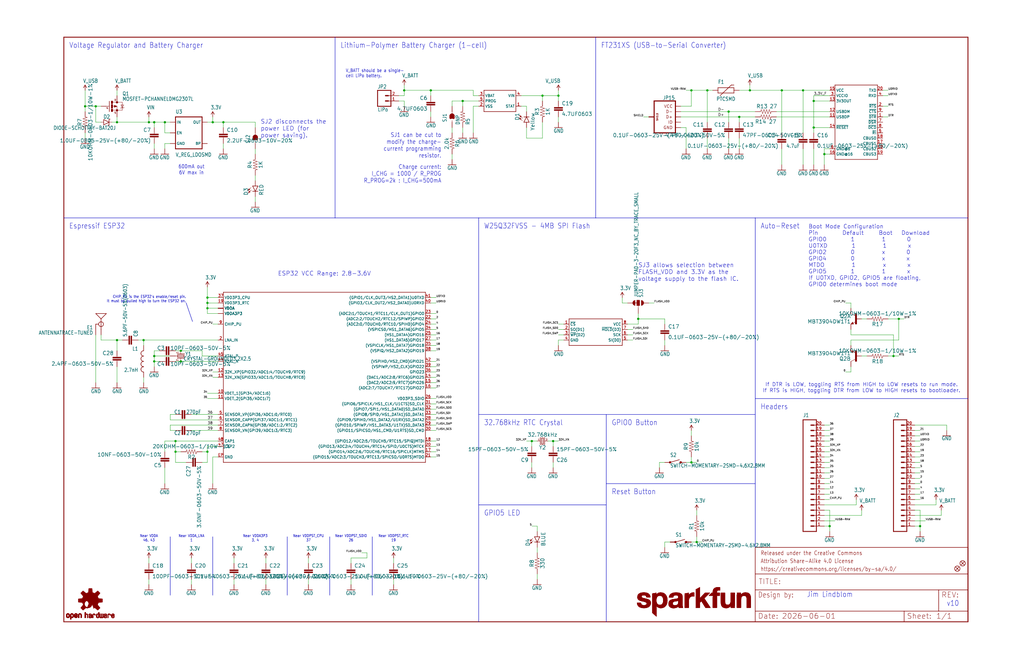
<source format=kicad_sch>
(kicad_sch (version 20230121) (generator eeschema)
  (paper "User" 489.052 317.906)
  (lib_symbols
    (symbol "esp32-thing-eagle-import:0.1UF-0603-25V-(+80/-20%)"
      (property "Reference" "C" (at 1.524 2.921 0))
      (symbol "0.1UF-0603-25V-(+80/-20%)_1_0"
        (pin passive line (at 0 5.08 270) (length 2.54) (name "1") (number "1"))
        (pin passive line (at 0 -2.54 90) (length 2.54) (name "2") (number "2"))
      )
    )
    (symbol "esp32-thing-eagle-import:1.0UF-0603-16V-10%"
      (property "Reference" "C" (at 1.524 2.921 0))
      (symbol "1.0UF-0603-16V-10%_1_0"
        (pin passive line (at 0 5.08 270) (length 2.54) (name "1") (number "1"))
        (pin passive line (at 0 -2.54 90) (length 2.54) (name "2") (number "2"))
      )
    )
    (symbol "esp32-thing-eagle-import:1.0UF-0805-25V-(+80/-20%)"
      (property "Reference" "C" (at 1.524 2.921 0))
      (symbol "1.0UF-0805-25V-(+80/-20%)_1_0"
        (pin passive line (at 0 5.08 270) (length 2.54) (name "1") (number "1"))
        (pin passive line (at 0 -2.54 90) (length 2.54) (name "2") (number "2"))
      )
    )
    (symbol "esp32-thing-eagle-import:100PF-0603-50V-5%"
      (property "Reference" "C" (at 1.524 2.921 0))
      (symbol "100PF-0603-50V-5%_1_0"
        (pin passive line (at 0 5.08 270) (length 2.54) (name "1") (number "1"))
        (pin passive line (at 0 -2.54 90) (length 2.54) (name "2") (number "2"))
      )
    )
    (symbol "esp32-thing-eagle-import:10KOHM-0603-1/10W-1%"
      (property "Reference" "R" (at 0 1.524 0))
      (symbol "10KOHM-0603-1/10W-1%_1_0"
        (pin passive line (at -5.08 0 0) (length 2.54) (name "1") (number "1"))
        (pin passive line (at 5.08 0 180) (length 2.54) (name "2") (number "2"))
      )
    )
    (symbol "esp32-thing-eagle-import:10KOHM-1/10W-1%(0603)0603"
      (property "Reference" "R" (at 0 1.524 0))
      (symbol "10KOHM-1/10W-1%(0603)0603_1_0"
        (pin passive line (at -5.08 0 0) (length 2.54) (name "1") (number "1"))
        (pin passive line (at 5.08 0 180) (length 2.54) (name "2") (number "2"))
      )
    )
    (symbol "esp32-thing-eagle-import:10NF-0603-50V-10%"
      (property "Reference" "C" (at 1.524 2.921 0))
      (symbol "10NF-0603-50V-10%_1_0"
        (pin passive line (at 0 5.08 270) (length 2.54) (name "1") (number "1"))
        (pin passive line (at 0 -2.54 90) (length 2.54) (name "2") (number "2"))
      )
    )
    (symbol "esp32-thing-eagle-import:10PF-0603-50V-5%"
      (property "Reference" "C" (at 1.524 2.921 0))
      (symbol "10PF-0603-50V-5%_1_0"
        (pin passive line (at 0 5.08 270) (length 2.54) (name "1") (number "1"))
        (pin passive line (at 0 -2.54 90) (length 2.54) (name "2") (number "2"))
      )
    )
    (symbol "esp32-thing-eagle-import:10UF-0603-6.3V-20%"
      (property "Reference" "C" (at 1.524 2.921 0))
      (symbol "10UF-0603-6.3V-20%_1_0"
        (pin passive line (at 0 5.08 270) (length 2.54) (name "1") (number "1"))
        (pin passive line (at 0 -2.54 90) (length 2.54) (name "2") (number "2"))
      )
    )
    (symbol "esp32-thing-eagle-import:15PF-0603-50V-5%"
      (property "Reference" "C" (at 1.524 2.921 0))
      (symbol "15PF-0603-50V-5%_1_0"
        (pin passive line (at 0 5.08 270) (length 2.54) (name "1") (number "1"))
        (pin passive line (at 0 -2.54 90) (length 2.54) (name "2") (number "2"))
      )
    )
    (symbol "esp32-thing-eagle-import:1KOHM-1/10W-1%(0603)"
      (property "Reference" "R" (at 0 1.524 0))
      (symbol "1KOHM-1/10W-1%(0603)_1_0"
        (pin passive line (at -5.08 0 0) (length 2.54) (name "1") (number "1"))
        (pin passive line (at 5.08 0 180) (length 2.54) (name "2") (number "2"))
      )
    )
    (symbol "esp32-thing-eagle-import:2.0KOHM1/10W5%(0603)"
      (property "Reference" "R" (at 0 1.524 0))
      (symbol "2.0KOHM1/10W5%(0603)_1_0"
        (pin passive line (at -5.08 0 0) (length 2.54) (name "1") (number "1"))
        (pin passive line (at 5.08 0 180) (length 2.54) (name "2") (number "2"))
      )
    )
    (symbol "esp32-thing-eagle-import:2.2UF-0603-10V-20%"
      (property "Reference" "C" (at 1.524 2.921 0))
      (symbol "2.2UF-0603-10V-20%_1_0"
        (pin passive line (at 0 5.08 270) (length 2.54) (name "1") (number "1"))
        (pin passive line (at 0 -2.54 90) (length 2.54) (name "2") (number "2"))
      )
    )
    (symbol "esp32-thing-eagle-import:2.4PF-0603-50V-5%"
      (property "Reference" "C" (at 1.524 2.921 0))
      (symbol "2.4PF-0603-50V-5%_1_0"
        (pin passive line (at 0 5.08 270) (length 2.54) (name "1") (number "1"))
        (pin passive line (at 0 -2.54 90) (length 2.54) (name "2") (number "2"))
      )
    )
    (symbol "esp32-thing-eagle-import:20KOHM-0603-1/10W-1%"
      (property "Reference" "R" (at 0 1.524 0))
      (symbol "20KOHM-0603-1/10W-1%_1_0"
        (pin passive line (at -5.08 0 0) (length 2.54) (name "1") (number "1"))
        (pin passive line (at 5.08 0 180) (length 2.54) (name "2") (number "2"))
      )
    )
    (symbol "esp32-thing-eagle-import:270PF-50V-5%(0603)"
      (property "Reference" "C" (at 1.524 2.921 0))
      (symbol "270PF-50V-5%(0603)_1_0"
        (pin passive line (at 0 5.08 270) (length 2.54) (name "1") (number "1"))
        (pin passive line (at 0 -2.54 90) (length 2.54) (name "2") (number "2"))
      )
    )
    (symbol "esp32-thing-eagle-import:27OHM1/10W1%(0603)0603-RES"
      (property "Reference" "R" (at 0 1.524 0))
      (symbol "27OHM1/10W1%(0603)0603-RES_1_0"
        (pin passive line (at -5.08 0 0) (length 2.54) (name "1") (number "1"))
        (pin passive line (at 5.08 0 180) (length 2.54) (name "2") (number "2"))
      )
    )
    (symbol "esp32-thing-eagle-import:3.0NF-0603-50V-5%"
      (property "Reference" "C" (at 1.524 2.921 0))
      (symbol "3.0NF-0603-50V-5%_1_0"
        (pin passive line (at 0 5.08 270) (length 2.54) (name "1") (number "1"))
        (pin passive line (at 0 -2.54 90) (length 2.54) (name "2") (number "2"))
      )
    )
    (symbol "esp32-thing-eagle-import:3.3V" (power)
      (property "Value" "3.3V" (at -1.016 3.556 0))
      (symbol "3.3V_1_0"
        (pin power_in line (at 0 0 90) (length 2.54) (name "3.3V") (number "1"))
      )
    )
    (symbol "esp32-thing-eagle-import:330OHM1/10W1%(0603)"
      (property "Reference" "R" (at 0 1.524 0))
      (symbol "330OHM1/10W1%(0603)_1_0"
        (pin passive line (at -5.08 0 0) (length 2.54) (name "1") (number "1"))
        (pin passive line (at 5.08 0 180) (length 2.54) (name "2") (number "2"))
      )
    )
    (symbol "esp32-thing-eagle-import:4.7UF-6.3V-10%(0603)0603"
      (property "Reference" "C" (at 1.524 2.921 0))
      (symbol "4.7UF-6.3V-10%(0603)0603_1_0"
        (pin passive line (at 0 5.08 270) (length 2.54) (name "1") (number "1"))
        (pin passive line (at 0 -2.54 90) (length 2.54) (name "2") (number "2"))
      )
    )
    (symbol "esp32-thing-eagle-import:4.7UF0603"
      (property "Reference" "C" (at 1.524 2.921 0))
      (symbol "4.7UF0603_1_0"
        (pin passive line (at 0 5.08 270) (length 2.54) (name "1") (number "1"))
        (pin passive line (at 0 -2.54 90) (length 2.54) (name "2") (number "2"))
      )
    )
    (symbol "esp32-thing-eagle-import:47PF-0603-50V-5%"
      (property "Reference" "C" (at 1.524 2.921 0))
      (symbol "47PF-0603-50V-5%_1_0"
        (pin passive line (at 0 5.08 270) (length 2.54) (name "1") (number "1"))
        (pin passive line (at 0 -2.54 90) (length 2.54) (name "2") (number "2"))
      )
    )
    (symbol "esp32-thing-eagle-import:5.6PF-50V-5%(0603)"
      (property "Reference" "C" (at 1.524 2.921 0))
      (symbol "5.6PF-50V-5%(0603)_1_0"
        (pin passive line (at 0 5.08 270) (length 2.54) (name "1") (number "1"))
        (pin passive line (at 0 -2.54 90) (length 2.54) (name "2") (number "2"))
      )
    )
    (symbol "esp32-thing-eagle-import:ANTENNATRACE-TUNED"
      (property "Reference" "E" (at 3.81 -7.62 0))
      (symbol "ANTENNATRACE-TUNED_1_0"
        (pin bidirectional line (at 0 -10.16 90) (length 2.54) (name "SIGNAL") (number "ANT"))
        (pin bidirectional line (at 2.54 -10.16 90) (length 2.54) (name "GND") (number "GND"))
        (pin bidirectional line (at 2.54 -10.16 90) (length 2.54) (name "GND") (number "GND2"))
      )
    )
    (symbol "esp32-thing-eagle-import:CRYSTAL-32.768KHZSMD-3.2X1.5"
      (property "Reference" "Y" (at 0 2.032 0))
      (symbol "CRYSTAL-32.768KHZSMD-3.2X1.5_1_0"
        (text "1" (at -2.159 -1.143 0) (effects (font (size 0.8636 0.734)) (justify left bottom)))
        (text "2" (at 1.524 -1.143 0) (effects (font (size 0.8636 0.734)) (justify left bottom)))
        (pin passive line (at -2.54 0 0) (length 0) (name "1") (number "P$1"))
        (pin passive line (at 2.54 0 180) (length 0) (name "2") (number "P$2"))
      )
    )
    (symbol "esp32-thing-eagle-import:CRYSTAL-GROUNDED3.2X2.5"
      (property "Reference" "Y" (at 2.54 2.54 0))
      (symbol "CRYSTAL-GROUNDED3.2X2.5_1_0"
        (text "1" (at -2.159 -1.143 0) (effects (font (size 0.8636 0.734)) (justify left bottom)))
        (text "2" (at 1.524 -1.143 0) (effects (font (size 0.8636 0.734)) (justify left bottom)))
        (pin passive line (at -2.54 0 0) (length 0) (name "1") (number "1"))
        (pin passive line (at 0 -5.08 90) (length 2.54) (name "GND") (number "2"))
        (pin passive line (at 2.54 0 180) (length 0) (name "2") (number "3"))
        (pin passive line (at 0 -5.08 90) (length 2.54) (name "GND") (number "4"))
      )
    )
    (symbol "esp32-thing-eagle-import:DIODE-SCHOTTKY-BAT20J"
      (property "Reference" "D" (at 2.54 0.4826 0))
      (symbol "DIODE-SCHOTTKY-BAT20J_1_0"
        (pin passive line (at -2.54 0 0) (length 0) (name "A") (number "A"))
        (pin passive line (at 2.54 0 180) (length 0) (name "C") (number "C"))
      )
    )
    (symbol "esp32-thing-eagle-import:ESP3212"
      (symbol "ESP3212_1_0"
        (pin bidirectional line (at -50.8 33.02 0) (length 2.54) (name "VDDA") (number "1"))
        (pin bidirectional line (at -50.8 -7.62 0) (length 2.54) (name "VDET_1(GPI34/ADC1:6)") (number "10"))
        (pin bidirectional line (at -50.8 -10.16 0) (length 2.54) (name "VDET_2(GPI35/ADC1:7)") (number "11"))
        (pin bidirectional line (at -50.8 2.54 0) (length 2.54) (name "32K_XP(GPIO32/ADC1:4/TOUCH9/RTC9)") (number "12"))
        (pin bidirectional line (at -50.8 0 0) (length 2.54) (name "32K_XN(GPIO33/ADC1:5/TOUCH8/RTC8)") (number "13"))
        (pin bidirectional line (at 50.8 0 180) (length 2.54) (name "(DAC1/ADC2:8/RTC6)GPIO25") (number "14"))
        (pin bidirectional line (at 50.8 -2.54 180) (length 2.54) (name "(DAC2/ADC2:9/RTC7)GPIO26") (number "15"))
        (pin bidirectional line (at 50.8 -5.08 180) (length 2.54) (name "(ADC2:7/TOUCH7/RTC17)GPIO27") (number "16"))
        (pin bidirectional line (at 50.8 -35.56 180) (length 2.54) (name "(GPIO14/ADC2:6/TOUCH6/RTC16/SPICLK)MTMS") (number "17"))
        (pin bidirectional line (at 50.8 -30.48 180) (length 2.54) (name "(GPIO12/ADC2:5/TOUCH5/RTC15/SPIQ)MTDI") (number "18"))
        (pin bidirectional line (at -50.8 35.56 0) (length 2.54) (name "VDD3P3_RTC") (number "19"))
        (pin bidirectional line (at -50.8 17.78 0) (length 2.54) (name "LNA_IN") (number "2"))
        (pin bidirectional line (at 50.8 -33.02 180) (length 2.54) (name "(GPIO13/ADC2:4/TOUCH4/RTC14/SPID/U0CTS)MTCK") (number "20"))
        (pin bidirectional line (at 50.8 -38.1 180) (length 2.54) (name "(GPIO15/ADC2:3/TOUCH3/RTC13/SPICSO/U0RTS)MTDO") (number "21"))
        (pin bidirectional line (at 50.8 27.94 180) (length 2.54) (name "(ADC2:2/TOUCH2/RTC12/SPIWP)GPIO2") (number "22"))
        (pin bidirectional line (at 50.8 30.48 180) (length 2.54) (name "(ADC2:1/TOUCH1/RTC11/CLK_OUT1)GPIO0") (number "23"))
        (pin bidirectional line (at 50.8 25.4 180) (length 2.54) (name "(ADC2:0/TOUCH0/RTC10/SPIHD)GPIO4") (number "24"))
        (pin bidirectional line (at 50.8 20.32 180) (length 2.54) (name "(HS1_DATA4)GPIO16") (number "25"))
        (pin bidirectional line (at 50.8 -10.16 180) (length 2.54) (name "VDD3P3_SDIO") (number "26"))
        (pin bidirectional line (at 50.8 17.78 180) (length 2.54) (name "(HS1_DATA5)GPIO17") (number "27"))
        (pin bidirectional line (at 50.8 -20.32 180) (length 2.54) (name "(GPIO9/SPIHD/HS1_DATA2/U1RX)SD_DATA2") (number "28"))
        (pin bidirectional line (at 50.8 -22.86 180) (length 2.54) (name "(GPIO10/SPIWP/HS1_DATA3/U1TX)SD_DATA3") (number "29"))
        (pin bidirectional line (at -50.8 30.48 0) (length 2.54) (name "VDDA3P3") (number "3"))
        (pin bidirectional line (at 50.8 -25.4 180) (length 2.54) (name "(GPIO11/SPICSO/HS1_CMD/U1RTS)SD_CMD") (number "30"))
        (pin bidirectional line (at 50.8 -12.7 180) (length 2.54) (name "(GPIO6/SPICLK/HS1_CLK/U1CTS)SD_CLK") (number "31"))
        (pin bidirectional line (at 50.8 -15.24 180) (length 2.54) (name "(GPIO7/SPI1/HS1_DATA0)SD_DATA0") (number "32"))
        (pin bidirectional line (at 50.8 -17.78 180) (length 2.54) (name "(GPIO8/SPID/HS1_DATA1)SD_DATA1") (number "33"))
        (pin bidirectional line (at 50.8 22.86 180) (length 2.54) (name "(VSPICS0/HS1_DATA6)GPIO5") (number "34"))
        (pin bidirectional line (at 50.8 15.24 180) (length 2.54) (name "(VSPICLK/HS1_DATA7)GPIO18") (number "35"))
        (pin bidirectional line (at 50.8 2.54 180) (length 2.54) (name "GPIO23") (number "36"))
        (pin bidirectional line (at -50.8 38.1 0) (length 2.54) (name "VDD3P3_CPU") (number "37"))
        (pin bidirectional line (at 50.8 12.7 180) (length 2.54) (name "(VSPIQ/HS2_DATA2)GPIO19") (number "38"))
        (pin bidirectional line (at 50.8 5.08 180) (length 2.54) (name "(VSPIWP/HS2_CLK)GPIO22") (number "39"))
        (pin bidirectional line (at -50.8 30.48 0) (length 2.54) (name "VDDA3P3") (number "4"))
        (pin bidirectional line (at 50.8 35.56 180) (length 2.54) (name "(GPIO3/CLK_OUT2/HS2_DATA0)U0RXD") (number "40"))
        (pin bidirectional line (at 50.8 38.1 180) (length 2.54) (name "(GPIO1/CLK_OUT3/HS2_DATA1)U0TXD") (number "41"))
        (pin bidirectional line (at 50.8 7.62 180) (length 2.54) (name "(VSPIHD/HS2_CMD)GPIO21") (number "42"))
        (pin bidirectional line (at -50.8 33.02 0) (length 2.54) (name "VDDA") (number "43"))
        (pin bidirectional line (at -50.8 7.62 0) (length 2.54) (name "XTAL_N") (number "44"))
        (pin bidirectional line (at -50.8 10.16 0) (length 2.54) (name "XTAL_P") (number "45"))
        (pin bidirectional line (at -50.8 33.02 0) (length 2.54) (name "VDDA") (number "46"))
        (pin bidirectional line (at -50.8 -33.02 0) (length 2.54) (name "CAP2") (number "47"))
        (pin bidirectional line (at -50.8 -30.48 0) (length 2.54) (name "CAP1") (number "48"))
        (pin bidirectional line (at -50.8 -17.78 0) (length 2.54) (name "SENSOR_VP(GPI36/ADC1:0/RTC0)") (number "5"))
        (pin bidirectional line (at -50.8 -20.32 0) (length 2.54) (name "SENSOR_CAPP(GPI37/ADC1:1/RTC1)") (number "6"))
        (pin bidirectional line (at -50.8 -22.86 0) (length 2.54) (name "SENSOR_CAPN(GPI38/ADC1:2/RTC2)") (number "7"))
        (pin bidirectional line (at -50.8 -25.4 0) (length 2.54) (name "SENSOR_VN(GPI39/ADC1:3/RTC3)") (number "8"))
        (pin bidirectional line (at -50.8 25.4 0) (length 2.54) (name "CHIP_PU") (number "9"))
        (pin bidirectional line (at -50.8 -38.1 0) (length 2.54) (name "GND") (number "EP"))
      )
    )
    (symbol "esp32-thing-eagle-import:FIDUCIALUFIDUCIAL")
    (symbol "esp32-thing-eagle-import:FRAME-LEDGER"
      (symbol "FRAME-LEDGER_2_0"
        (text "${#}/${##}" (at 86.36 1.27 0) (effects (font (size 2.54 2.54)) (justify left bottom)))
        (text "${CURRENT_DATE}" (at 12.7 1.27 0) (effects (font (size 2.54 2.54)) (justify left bottom)))
        (text "${PROJECTNAME}" (at 15.494 17.78 0) (effects (font (size 2.7432 2.7432)) (justify left bottom)))
        (text "Attribution Share-Alike 4.0 License" (at 2.54 27.94 0) (effects (font (size 1.9304 1.6408)) (justify left bottom)))
        (text "Date:" (at 1.27 1.27 0) (effects (font (size 2.54 2.54)) (justify left bottom)))
        (text "Design by:" (at 1.27 11.43 0) (effects (font (size 2.54 2.159)) (justify left bottom)))
        (text "https://creativecommons.org/licenses/by-sa/4.0/" (at 2.54 24.13 0) (effects (font (size 1.9304 1.6408)) (justify left bottom)))
        (text "Released under the Creative Commons" (at 2.54 31.75 0) (effects (font (size 1.9304 1.6408)) (justify left bottom)))
        (text "REV:" (at 88.9 11.43 0) (effects (font (size 2.54 2.54)) (justify left bottom)))
        (text "Sheet:" (at 72.39 1.27 0) (effects (font (size 2.54 2.54)) (justify left bottom)))
        (text "TITLE:" (at 1.524 17.78 0) (effects (font (size 2.54 2.54)) (justify left bottom)))
      )
    )
    (symbol "esp32-thing-eagle-import:FT231XS"
      (symbol "FT231XS_1_0"
        (pin bidirectional line (at 12.7 2.54 180) (length 2.54) (name "~{DTR}") (number "1"))
        (pin bidirectional line (at 12.7 -12.7 180) (length 2.54) (name "CBUS2") (number "10"))
        (pin bidirectional line (at -12.7 2.54 0) (length 2.54) (name "USBDP") (number "11"))
        (pin bidirectional line (at -12.7 5.08 0) (length 2.54) (name "USBDM") (number "12"))
        (pin bidirectional line (at -12.7 10.16 0) (length 2.54) (name "3V3OUT") (number "13"))
        (pin bidirectional line (at -12.7 -2.54 0) (length 2.54) (name "~{RESET}") (number "14"))
        (pin bidirectional line (at -12.7 15.24 0) (length 2.54) (name "VCC") (number "15"))
        (pin bidirectional line (at -12.7 -15.24 0) (length 2.54) (name "GND@16") (number "16"))
        (pin bidirectional line (at 12.7 -10.16 180) (length 2.54) (name "CBUS1") (number "17"))
        (pin bidirectional line (at 12.7 -7.62 180) (length 2.54) (name "CBUS0") (number "18"))
        (pin bidirectional line (at 12.7 -15.24 180) (length 2.54) (name "CBUS3") (number "19"))
        (pin bidirectional line (at 12.7 7.62 180) (length 2.54) (name "~{RTS}") (number "2"))
        (pin bidirectional line (at 12.7 15.24 180) (length 2.54) (name "TXD") (number "20"))
        (pin bidirectional line (at -12.7 12.7 0) (length 2.54) (name "VCCIO") (number "3"))
        (pin bidirectional line (at 12.7 12.7 180) (length 2.54) (name "RXD") (number "4"))
        (pin bidirectional line (at 12.7 -5.08 180) (length 2.54) (name "~{RI}") (number "5"))
        (pin bidirectional line (at -12.7 -12.7 0) (length 2.54) (name "GND@6") (number "6"))
        (pin bidirectional line (at 12.7 0 180) (length 2.54) (name "~{DSR}") (number "7"))
        (pin bidirectional line (at 12.7 -2.54 180) (length 2.54) (name "~{DCD}") (number "8"))
        (pin bidirectional line (at 12.7 5.08 180) (length 2.54) (name "~{CTS}") (number "9"))
      )
    )
    (symbol "esp32-thing-eagle-import:GND" (power)
      (property "Value" "GND" (at -2.54 -2.54 0))
      (symbol "GND_1_0"
        (pin power_in line (at 0 2.54 270) (length 2.54) (name "GND") (number "1"))
      )
    )
    (symbol "esp32-thing-eagle-import:INDUCTOR0603"
      (property "Reference" "L" (at 2.54 5.08 0))
      (symbol "INDUCTOR0603_1_0"
        (pin passive line (at 0 7.62 270) (length 2.54) (name "1") (number "1"))
        (pin passive line (at 0 -7.62 90) (length 2.54) (name "2") (number "2"))
      )
    )
    (symbol "esp32-thing-eagle-import:JUMPER-PAD-2-NC_BY_TRACE"
      (property "Reference" "JP" (at -2.54 2.54 0))
      (symbol "JUMPER-PAD-2-NC_BY_TRACE_1_0"
        (pin passive line (at -5.08 0 0) (length 2.54) (name "1") (number "1"))
        (pin passive line (at 5.08 0 180) (length 2.54) (name "2") (number "2"))
      )
    )
    (symbol "esp32-thing-eagle-import:JUMPER-PAD-3-2OF3_NC_BY_TRACE_SMALL"
      (property "Reference" "JP" (at 2.54 0.381 0))
      (symbol "JUMPER-PAD-3-2OF3_NC_BY_TRACE_SMALL_1_0"
        (pin passive line (at 0 5.08 270) (length 2.54) (name "1") (number "1"))
        (pin passive line (at -5.08 0 0) (length 2.54) (name "2") (number "2"))
        (pin passive line (at 0 -5.08 90) (length 2.54) (name "3") (number "3"))
      )
    )
    (symbol "esp32-thing-eagle-import:LED-BLUE0603"
      (property "Reference" "D" (at -3.429 -4.572 90))
      (symbol "LED-BLUE0603_1_0"
        (pin passive line (at 0 2.54 270) (length 2.54) (name "A") (number "A"))
        (pin passive line (at 0 -5.08 90) (length 2.54) (name "C") (number "C"))
      )
    )
    (symbol "esp32-thing-eagle-import:LED-RED0603"
      (property "Reference" "D" (at -3.429 -4.572 90))
      (symbol "LED-RED0603_1_0"
        (pin passive line (at 0 2.54 270) (length 2.54) (name "A") (number "A"))
        (pin passive line (at 0 -5.08 90) (length 2.54) (name "C") (number "C"))
      )
    )
    (symbol "esp32-thing-eagle-import:LED-YELLOW0603"
      (property "Reference" "D" (at -3.429 -4.572 90))
      (symbol "LED-YELLOW0603_1_0"
        (pin passive line (at 0 2.54 270) (length 2.54) (name "A") (number "A"))
        (pin passive line (at 0 -5.08 90) (length 2.54) (name "C") (number "C"))
      )
    )
    (symbol "esp32-thing-eagle-import:M02JST-PTH-2"
      (property "Reference" "J" (at -2.54 5.842 0))
      (symbol "M02JST-PTH-2_1_0"
        (pin passive line (at 7.62 0 180) (length 5.08) (name "1") (number "1"))
        (pin passive line (at 7.62 2.54 180) (length 5.08) (name "2") (number "2"))
      )
    )
    (symbol "esp32-thing-eagle-import:M20NOSILK"
      (property "Reference" "J" (at 0 57.15 0))
      (symbol "M20NOSILK_1_0"
        (pin passive line (at 10.16 5.08 180) (length 5.08) (name "1") (number "1"))
        (pin passive line (at 10.16 27.94 180) (length 5.08) (name "10") (number "10"))
        (pin passive line (at 10.16 30.48 180) (length 5.08) (name "11") (number "11"))
        (pin passive line (at 10.16 33.02 180) (length 5.08) (name "12") (number "12"))
        (pin passive line (at 10.16 35.56 180) (length 5.08) (name "13") (number "13"))
        (pin passive line (at 10.16 38.1 180) (length 5.08) (name "14") (number "14"))
        (pin passive line (at 10.16 40.64 180) (length 5.08) (name "15") (number "15"))
        (pin passive line (at 10.16 43.18 180) (length 5.08) (name "16") (number "16"))
        (pin passive line (at 10.16 45.72 180) (length 5.08) (name "17") (number "17"))
        (pin passive line (at 10.16 48.26 180) (length 5.08) (name "18") (number "18"))
        (pin passive line (at 10.16 50.8 180) (length 5.08) (name "19") (number "19"))
        (pin passive line (at 10.16 7.62 180) (length 5.08) (name "2") (number "2"))
        (pin passive line (at 10.16 53.34 180) (length 5.08) (name "20") (number "20"))
        (pin passive line (at 10.16 10.16 180) (length 5.08) (name "3") (number "3"))
        (pin passive line (at 10.16 12.7 180) (length 5.08) (name "4") (number "4"))
        (pin passive line (at 10.16 15.24 180) (length 5.08) (name "5") (number "5"))
        (pin passive line (at 10.16 17.78 180) (length 5.08) (name "6") (number "6"))
        (pin passive line (at 10.16 20.32 180) (length 5.08) (name "7") (number "7"))
        (pin passive line (at 10.16 22.86 180) (length 5.08) (name "8") (number "8"))
        (pin passive line (at 10.16 25.4 180) (length 5.08) (name "9") (number "9"))
      )
    )
    (symbol "esp32-thing-eagle-import:MBT3904DW1T1"
      (property "Reference" "Q" (at 2.54 1.27 0))
      (symbol "MBT3904DW1T1_1_0"
        (pin passive line (at 2.54 5.08 270) (length 2.54) (name "C") (number "3"))
        (pin passive line (at 2.54 -5.08 90) (length 2.54) (name "E") (number "4"))
        (pin passive line (at -2.54 0 0) (length 2.54) (name "B") (number "5"))
      )
      (symbol "MBT3904DW1T1_2_0"
        (pin passive line (at 2.54 -5.08 90) (length 2.54) (name "E") (number "1"))
        (pin passive line (at -2.54 0 0) (length 2.54) (name "B") (number "2"))
        (pin passive line (at 2.54 5.08 270) (length 2.54) (name "C") (number "6"))
      )
    )
    (symbol "esp32-thing-eagle-import:MCP73831"
      (symbol "MCP73831_1_0"
        (pin output line (at -10.16 -2.54 0) (length 2.54) (name "STAT") (number "1"))
        (pin power_in line (at 10.16 -2.54 180) (length 2.54) (name "VSS") (number "2"))
        (pin power_in line (at 10.16 2.54 180) (length 2.54) (name "VBAT") (number "3"))
        (pin power_in line (at -10.16 2.54 0) (length 2.54) (name "VIN") (number "4"))
        (pin input line (at 10.16 0 180) (length 2.54) (name "PROG") (number "5"))
      )
    )
    (symbol "esp32-thing-eagle-import:MOSFET-PCHANNELDMG2307L"
      (property "Reference" "Q" (at 5.08 2.54 0))
      (symbol "MOSFET-PCHANNELDMG2307L_1_0"
        (text "D" (at -1.27 2.54 0) (effects (font (size 0.8128 0.6908)) (justify left bottom)))
        (text "G" (at -5.08 -1.27 0) (effects (font (size 0.8128 0.6908)) (justify left bottom)))
        (text "S" (at -1.27 -3.556 0) (effects (font (size 0.8128 0.6908)) (justify left bottom)))
        (pin passive line (at -7.62 0 0) (length 2.54) (name "G") (number "1"))
        (pin passive line (at 0 -5.08 90) (length 2.54) (name "S") (number "2"))
        (pin passive line (at 0 5.08 270) (length 2.54) (name "D") (number "3"))
      )
    )
    (symbol "esp32-thing-eagle-import:OSHW-LOGOMINI")
    (symbol "esp32-thing-eagle-import:PTCSMD"
      (property "Reference" "F" (at -2.54 3.048 0))
      (symbol "PTCSMD_1_0"
        (pin bidirectional line (at -5.08 0 0) (length 2.54) (name "1") (number "1"))
        (pin bidirectional line (at 7.62 0 180) (length 2.54) (name "2") (number "2"))
      )
    )
    (symbol "esp32-thing-eagle-import:RESISTORPTH-1/6W"
      (property "Reference" "R" (at -3.81 1.4986 0))
      (symbol "RESISTORPTH-1/6W_1_0"
        (pin passive line (at -5.08 0 0) (length 2.54) (name "1") (number "1"))
        (pin passive line (at 5.08 0 180) (length 2.54) (name "2") (number "2"))
      )
    )
    (symbol "esp32-thing-eagle-import:SFE_LOGO_NAME.2_INCH")
    (symbol "esp32-thing-eagle-import:SWITCH-MOMENTARY-2SMD-4.6X2.8MM"
      (property "Reference" "S" (at -2.54 2.54 0))
      (symbol "SWITCH-MOMENTARY-2SMD-4.6X2.8MM_1_0"
        (pin passive line (at -5.08 0 0) (length 2.54) (name "1") (number "1"))
        (pin passive line (at -5.08 0 0) (length 2.54) (name "1") (number "2"))
        (pin passive line (at 5.08 0 180) (length 2.54) (name "2") (number "3"))
        (pin passive line (at 5.08 0 180) (length 2.54) (name "2") (number "4"))
      )
    )
    (symbol "esp32-thing-eagle-import:SparkFun-PowerSymbols_GND" (power)
      (property "Value" "SparkFun-PowerSymbols_GND" (at 0 -0.254 0))
      (symbol "SparkFun-PowerSymbols_GND_1_0"
        (pin power_in line (at 0 2.54 270) (length 2.54) (name "GND") (number "1"))
      )
    )
    (symbol "esp32-thing-eagle-import:SparkFun_GND" (power)
      (property "Value" "SparkFun_GND" (at -2.54 -2.54 0))
      (symbol "SparkFun_GND_1_0"
        (pin power_in line (at 0 2.54 270) (length 2.54) (name "GND") (number "1"))
      )
    )
    (symbol "esp32-thing-eagle-import:USB_MICROB_PLUGCONN-11752"
      (property "Reference" "J" (at -4.826 8.128 0))
      (symbol "USB_MICROB_PLUGCONN-11752_1_0"
        (text "D+" (at -3.81 0 0) (effects (font (size 1.4224 1.4224)) (justify left)))
        (text "D-" (at -3.81 2.54 0) (effects (font (size 1.4224 1.4224)) (justify left)))
        (text "GND" (at -3.81 -5.08 0) (effects (font (size 1.4224 1.4224)) (justify left)))
        (text "ID" (at -3.81 -2.54 0) (effects (font (size 1.4224 1.4224)) (justify left)))
        (text "SHIELD" (at 4.064 0 900) (effects (font (size 0.8128 0.6908)) (justify bottom)))
        (text "VCC" (at -3.81 5.08 0) (effects (font (size 1.4224 1.4224)) (justify left)))
        (pin bidirectional line (at -7.62 0 0) (length 2.54) (name "D+") (number "D+"))
        (pin bidirectional line (at -7.62 2.54 0) (length 2.54) (name "D-") (number "D-"))
        (pin bidirectional line (at -7.62 -5.08 0) (length 2.54) (name "GND") (number "GND"))
        (pin bidirectional line (at -7.62 -2.54 0) (length 2.54) (name "ID") (number "ID"))
        (pin bidirectional line (at 7.62 0 180) (length 2.54) (name "SHIELD") (number "SHIELD1"))
        (pin bidirectional line (at 7.62 0 180) (length 2.54) (name "SHIELD") (number "SHIELD2"))
        (pin bidirectional line (at 7.62 0 180) (length 2.54) (name "SHIELD") (number "SHIELD3"))
        (pin bidirectional line (at -7.62 5.08 0) (length 2.54) (name "VCC") (number "VBUS"))
      )
    )
    (symbol "esp32-thing-eagle-import:VIN" (power)
      (property "Value" "VIN" (at -1.016 3.556 0))
      (symbol "VIN_1_0"
        (pin power_in line (at 0 0 90) (length 2.54) (name "VIN") (number "1"))
      )
    )
    (symbol "esp32-thing-eagle-import:V_BATT" (power)
      (property "Value" "V_BATT" (at -1.016 3.556 0))
      (symbol "V_BATT_1_0"
        (pin power_in line (at 0 0 90) (length 2.54) (name "V_BATT") (number "1"))
      )
    )
    (symbol "esp32-thing-eagle-import:V_REG_LDOSMD"
      (property "Reference" "U" (at -7.62 9.144 0))
      (symbol "V_REG_LDOSMD_1_0"
        (pin input line (at -10.16 5.08 0) (length 2.54) (name "IN") (number "1"))
        (pin input line (at -10.16 -5.08 0) (length 2.54) (name "GND") (number "2"))
        (pin input line (at -10.16 0 0) (length 2.54) (name "EN") (number "3"))
        (pin input line (at 7.62 -5.08 180) (length 2.54) (name "BP") (number "4"))
        (pin passive line (at 7.62 5.08 180) (length 2.54) (name "OUT") (number "5"))
      )
    )
    (symbol "esp32-thing-eagle-import:V_USB" (power)
      (property "Value" "V_USB" (at -1.016 3.556 0))
      (symbol "V_USB_1_0"
        (pin power_in line (at 0 0 90) (length 2.54) (name "V_USB") (number "1"))
      )
    )
    (symbol "esp32-thing-eagle-import:W25Q32FVSS"
      (symbol "W25Q32FVSS_1_0"
        (pin bidirectional line (at -15.24 2.54 0) (length 2.54) (name "~{CS}") (number "1"))
        (pin bidirectional line (at -15.24 0 0) (length 2.54) (name "SO(D1)") (number "2"))
        (pin bidirectional line (at -15.24 -2.54 0) (length 2.54) (name "~{WP}(D2)") (number "3"))
        (pin bidirectional line (at -15.24 -5.08 0) (length 2.54) (name "GND") (number "4"))
        (pin bidirectional line (at 15.24 -5.08 180) (length 2.54) (name "SI(D0)") (number "5"))
        (pin bidirectional line (at 15.24 -2.54 180) (length 2.54) (name "SCK") (number "6"))
        (pin bidirectional line (at 15.24 0 180) (length 2.54) (name "~{HOLD}(D3)") (number "7"))
        (pin bidirectional line (at 15.24 2.54 180) (length 2.54) (name "VCC") (number "8"))
      )
    )
  )
  (junction (at 220.98 48.26))
  (junction (at 106.68 58.42))
  (junction (at 83.82 210.82))
  (junction (at 429.26 152.4))
  (junction (at 254 210.82))
  (junction (at 259.08 45.72))
  (junction (at 264.16 210.82))
  (junction (at 337.82 43.18))
  (junction (at 205.74 43.18))
  (junction (at 86.36 172.72))
  (junction (at 73.66 170.18))
  (junction (at 73.66 172.72))
  (junction (at 68.58 162.56))
  (junction (at 193.04 43.18))
  (junction (at 99.06 142.24))
  (junction (at 55.88 58.42))
  (junction (at 304.8 152.4))
  (junction (at 426.72 170.18))
  (junction (at 83.82 215.9))
  (junction (at 99.06 215.9))
  (junction (at 86.36 167.64))
  (junction (at 78.74 58.42))
  (junction (at 388.62 60.96))
  (junction (at 358.14 43.18))
  (junction (at 396.24 251.46))
  (junction (at 55.88 162.56))
  (junction (at 347.98 53.34))
  (junction (at 73.66 58.42))
  (junction (at 393.7 73.66))
  (junction (at 101.6 58.42))
  (junction (at 383.54 43.18))
  (junction (at 330.2 43.18))
  (junction (at 266.7 45.72))
  (junction (at 40.64 50.8))
  (junction (at 353.06 55.88))
  (junction (at 439.42 251.46))
  (junction (at 99.06 147.32))
  (junction (at 71.12 58.42))
  (junction (at 330.2 220.98))
  (junction (at 332.74 259.08))
  (junction (at 45.72 50.8))
  (junction (at 373.38 43.18))
  (junction (at 99.06 144.78))
  (junction (at 388.62 48.26))
  (wire (pts (xy 55.88 175.26) (xy 55.88 182.88)) (stroke (width 0.1524)))
  (wire (pts (xy 101.6 218.44) (xy 104.14 218.44)) (stroke (width 0.1524)))
  (wire (pts (xy 205.74 160.02) (xy 208.28 160.02)) (stroke (width 0.1524)))
  (polyline (pts (xy 228.6 241.3) (xy 228.6 297.18)) (stroke (width 0.2032) (type solid)))
  (polyline (pts (xy 289.56 241.3) (xy 289.56 297.18)) (stroke (width 0.2032) (type solid)))
  (wire (pts (xy 106.68 58.42) (xy 106.68 60.96)) (stroke (width 0.1524)))
  (wire (pts (xy 353.06 71.12) (xy 353.06 66.04)) (stroke (width 0.1524)))
  (wire (pts (xy 299.72 160.02) (xy 302.26 160.02)) (stroke (width 0.1524)))
  (wire (pts (xy 332.74 243.84) (xy 332.74 246.38)) (stroke (width 0.1524)))
  (wire (pts (xy 396.24 53.34) (xy 370.84 53.34)) (stroke (width 0.1524)))
  (wire (pts (xy 317.5 152.4) (xy 304.8 152.4)) (stroke (width 0.1524)))
  (wire (pts (xy 205.74 198.12) (xy 208.28 198.12)) (stroke (width 0.1524)))
  (wire (pts (xy 256.54 254) (xy 256.54 251.46)) (stroke (width 0.1524)))
  (wire (pts (xy 78.74 231.14) (xy 78.74 223.52)) (stroke (width 0.1524)))
  (wire (pts (xy 393.7 228.6) (xy 396.24 228.6)) (stroke (width 0.1524)))
  (wire (pts (xy 96.52 220.98) (xy 99.06 220.98)) (stroke (width 0.1524)))
  (wire (pts (xy 406.4 165.1) (xy 406.4 162.56)) (stroke (width 0.1524)))
  (wire (pts (xy 205.74 180.34) (xy 208.28 180.34)) (stroke (width 0.1524)))
  (wire (pts (xy 452.12 203.2) (xy 452.12 205.74)) (stroke (width 0.1524)))
  (polyline (pts (xy 289.56 241.3) (xy 228.6 241.3)) (stroke (width 0.2032) (type solid)))
  (wire (pts (xy 393.7 238.76) (xy 396.24 238.76)) (stroke (width 0.1524)))
  (polyline (pts (xy 289.56 231.14) (xy 289.56 241.3)) (stroke (width 0.2032) (type solid)))
  (wire (pts (xy 373.38 43.18) (xy 383.54 43.18)) (stroke (width 0.1524)))
  (wire (pts (xy 358.14 43.18) (xy 358.14 40.64)) (stroke (width 0.1524)))
  (wire (pts (xy 167.64 266.7) (xy 175.26 266.7)) (stroke (width 0.1524)))
  (wire (pts (xy 408.94 241.3) (xy 408.94 238.76)) (stroke (width 0.1524)))
  (wire (pts (xy 205.74 43.18) (xy 226.06 43.18)) (stroke (width 0.1524)))
  (wire (pts (xy 86.36 172.72) (xy 83.82 172.72)) (stroke (width 0.1524)))
  (wire (pts (xy 396.24 73.66) (xy 393.7 73.66)) (stroke (width 0.1524)))
  (wire (pts (xy 205.74 55.88) (xy 205.74 53.34)) (stroke (width 0.1524)))
  (wire (pts (xy 426.72 170.18) (xy 426.72 160.02)) (stroke (width 0.1524)))
  (wire (pts (xy 127 266.7) (xy 127 269.24)) (stroke (width 0.1524)))
  (polyline (pts (xy 160.02 17.78) (xy 160.02 104.14)) (stroke (width 0.2032) (type solid)))
  (wire (pts (xy 421.64 50.8) (xy 424.18 50.8)) (stroke (width 0.1524)))
  (wire (pts (xy 104.14 210.82) (xy 83.82 210.82)) (stroke (width 0.1524)))
  (wire (pts (xy 55.88 162.56) (xy 55.88 167.64)) (stroke (width 0.1524)))
  (wire (pts (xy 393.7 220.98) (xy 396.24 220.98)) (stroke (width 0.1524)))
  (polyline (pts (xy 30.48 104.14) (xy 160.02 104.14)) (stroke (width 0.2032) (type solid)))
  (wire (pts (xy 251.46 66.04) (xy 259.08 66.04)) (stroke (width 0.1524)))
  (wire (pts (xy 406.4 160.02) (xy 406.4 157.48)) (stroke (width 0.1524)))
  (wire (pts (xy 205.74 165.1) (xy 208.28 165.1)) (stroke (width 0.1524)))
  (wire (pts (xy 205.74 203.2) (xy 208.28 203.2)) (stroke (width 0.1524)))
  (wire (pts (xy 96.52 167.64) (xy 96.52 170.18)) (stroke (width 0.1524)))
  (wire (pts (xy 388.62 78.74) (xy 388.62 71.12)) (stroke (width 0.1524)))
  (wire (pts (xy 147.32 279.4) (xy 147.32 276.86)) (stroke (width 0.1524)))
  (wire (pts (xy 436.88 203.2) (xy 452.12 203.2)) (stroke (width 0.1524)))
  (polyline (pts (xy 360.68 104.14) (xy 462.28 104.14)) (stroke (width 0.2032) (type solid)))
  (wire (pts (xy 83.82 220.98) (xy 83.82 215.9)) (stroke (width 0.1524)))
  (wire (pts (xy 127 279.4) (xy 127 276.86)) (stroke (width 0.1524)))
  (wire (pts (xy 68.58 162.56) (xy 68.58 165.1)) (stroke (width 0.1524)))
  (wire (pts (xy 406.4 144.78) (xy 403.86 144.78)) (stroke (width 0.1524)))
  (wire (pts (xy 436.88 228.6) (xy 439.42 228.6)) (stroke (width 0.1524)))
  (wire (pts (xy 220.98 48.26) (xy 215.9 48.26)) (stroke (width 0.1524)))
  (polyline (pts (xy 360.68 231.14) (xy 360.68 198.12)) (stroke (width 0.2032) (type solid)))
  (wire (pts (xy 205.74 142.24) (xy 208.28 142.24)) (stroke (width 0.1524)))
  (wire (pts (xy 205.74 205.74) (xy 208.28 205.74)) (stroke (width 0.1524)))
  (wire (pts (xy 99.06 213.36) (xy 104.14 213.36)) (stroke (width 0.1524)))
  (wire (pts (xy 330.2 218.44) (xy 330.2 220.98)) (stroke (width 0.1524)))
  (wire (pts (xy 396.24 254) (xy 396.24 251.46)) (stroke (width 0.1524)))
  (wire (pts (xy 205.74 185.42) (xy 208.28 185.42)) (stroke (width 0.1524)))
  (wire (pts (xy 121.92 93.98) (xy 121.92 96.52)) (stroke (width 0.1524)))
  (wire (pts (xy 205.74 157.48) (xy 208.28 157.48)) (stroke (width 0.1524)))
  (wire (pts (xy 388.62 45.72) (xy 396.24 45.72)) (stroke (width 0.1524)))
  (wire (pts (xy 269.24 154.94) (xy 266.7 154.94)) (stroke (width 0.1524)))
  (polyline (pts (xy 289.56 231.14) (xy 289.56 198.12)) (stroke (width 0.2032) (type solid)))
  (wire (pts (xy 436.88 210.82) (xy 439.42 210.82)) (stroke (width 0.1524)))
  (wire (pts (xy 393.7 223.52) (xy 396.24 223.52)) (stroke (width 0.1524)))
  (wire (pts (xy 414.02 170.18) (xy 411.48 170.18)) (stroke (width 0.1524)))
  (wire (pts (xy 264.16 210.82) (xy 264.16 213.36)) (stroke (width 0.1524)))
  (wire (pts (xy 320.04 259.08) (xy 317.5 259.08)) (stroke (width 0.1524)))
  (wire (pts (xy 81.28 198.12) (xy 81.28 200.66)) (stroke (width 0.1524)))
  (wire (pts (xy 421.64 45.72) (xy 424.18 45.72)) (stroke (width 0.1524)))
  (wire (pts (xy 193.04 43.18) (xy 205.74 43.18)) (stroke (width 0.1524)))
  (wire (pts (xy 396.24 55.88) (xy 370.84 55.88)) (stroke (width 0.1524)))
  (wire (pts (xy 251.46 60.96) (xy 251.46 66.04)) (stroke (width 0.1524)))
  (wire (pts (xy 353.06 55.88) (xy 353.06 58.42)) (stroke (width 0.1524)))
  (wire (pts (xy 45.72 50.8) (xy 45.72 58.42)) (stroke (width 0.1524)))
  (wire (pts (xy 104.14 147.32) (xy 99.06 147.32)) (stroke (width 0.1524)))
  (wire (pts (xy 347.98 53.34) (xy 347.98 58.42)) (stroke (width 0.1524)))
  (wire (pts (xy 104.14 177.8) (xy 101.6 177.8)) (stroke (width 0.1524)))
  (polyline (pts (xy 360.68 198.12) (xy 360.68 190.5)) (stroke (width 0.2032) (type solid)))
  (wire (pts (xy 426.72 160.02) (xy 406.4 160.02)) (stroke (width 0.1524)))
  (wire (pts (xy 261.62 210.82) (xy 264.16 210.82)) (stroke (width 0.1524)))
  (wire (pts (xy 205.74 149.86) (xy 208.28 149.86)) (stroke (width 0.1524)))
  (wire (pts (xy 317.5 165.1) (xy 317.5 162.56)) (stroke (width 0.1524)))
  (wire (pts (xy 205.74 45.72) (xy 205.74 43.18)) (stroke (width 0.1524)))
  (wire (pts (xy 436.88 223.52) (xy 439.42 223.52)) (stroke (width 0.1524)))
  (wire (pts (xy 205.74 182.88) (xy 208.28 182.88)) (stroke (width 0.1524)))
  (polyline (pts (xy 228.6 198.12) (xy 228.6 241.3)) (stroke (width 0.2032) (type solid)))
  (wire (pts (xy 76.2 172.72) (xy 73.66 172.72)) (stroke (width 0.1524)))
  (wire (pts (xy 373.38 63.5) (xy 373.38 43.18)) (stroke (width 0.1524)))
  (wire (pts (xy 96.52 215.9) (xy 99.06 215.9)) (stroke (width 0.1524)))
  (wire (pts (xy 406.4 177.8) (xy 403.86 177.8)) (stroke (width 0.1524)))
  (polyline (pts (xy 228.6 198.12) (xy 289.56 198.12)) (stroke (width 0.2032) (type solid)))
  (wire (pts (xy 424.18 170.18) (xy 426.72 170.18)) (stroke (width 0.1524)))
  (polyline (pts (xy 228.6 104.14) (xy 284.48 104.14)) (stroke (width 0.2032) (type solid)))
  (wire (pts (xy 436.88 248.92) (xy 441.96 248.92)) (stroke (width 0.1524)))
  (polyline (pts (xy 360.68 231.14) (xy 289.56 231.14)) (stroke (width 0.2032) (type solid)))
  (wire (pts (xy 449.58 246.38) (xy 449.58 243.84)) (stroke (width 0.1524)))
  (wire (pts (xy 78.74 58.42) (xy 73.66 58.42)) (stroke (width 0.1524)))
  (wire (pts (xy 40.64 53.34) (xy 40.64 50.8)) (stroke (width 0.1524)))
  (wire (pts (xy 205.74 154.94) (xy 208.28 154.94)) (stroke (width 0.1524)))
  (wire (pts (xy 55.88 43.18) (xy 55.88 45.72)) (stroke (width 0.1524)))
  (wire (pts (xy 393.7 241.3) (xy 408.94 241.3)) (stroke (width 0.1524)))
  (wire (pts (xy 360.68 55.88) (xy 353.06 55.88)) (stroke (width 0.1524)))
  (wire (pts (xy 393.7 73.66) (xy 393.7 78.74)) (stroke (width 0.1524)))
  (polyline (pts (xy 101.6 256.54) (xy 101.6 284.48)) (stroke (width 0.2032) (type solid)))
  (wire (pts (xy 332.74 256.54) (xy 332.74 259.08)) (stroke (width 0.1524)))
  (wire (pts (xy 421.64 55.88) (xy 424.18 55.88)) (stroke (width 0.1524)))
  (wire (pts (xy 406.4 162.56) (xy 429.26 162.56)) (stroke (width 0.1524)))
  (wire (pts (xy 360.68 53.34) (xy 347.98 53.34)) (stroke (width 0.1524)))
  (wire (pts (xy 436.88 238.76) (xy 439.42 238.76)) (stroke (width 0.1524)))
  (wire (pts (xy 73.66 68.58) (xy 73.66 71.12)) (stroke (width 0.1524)))
  (wire (pts (xy 259.08 66.04) (xy 259.08 58.42)) (stroke (width 0.1524)))
  (wire (pts (xy 121.92 86.36) (xy 121.92 83.82)) (stroke (width 0.1524)))
  (wire (pts (xy 81.28 200.66) (xy 104.14 200.66)) (stroke (width 0.1524)))
  (wire (pts (xy 106.68 58.42) (xy 121.92 58.42)) (stroke (width 0.1524)))
  (wire (pts (xy 73.66 167.64) (xy 73.66 170.18)) (stroke (width 0.1524)))
  (wire (pts (xy 104.14 142.24) (xy 99.06 142.24)) (stroke (width 0.1524)))
  (wire (pts (xy 73.66 172.72) (xy 73.66 175.26)) (stroke (width 0.1524)))
  (wire (pts (xy 429.26 152.4) (xy 431.8 152.4)) (stroke (width 0.1524)))
  (wire (pts (xy 383.54 63.5) (xy 383.54 43.18)) (stroke (width 0.1524)))
  (wire (pts (xy 48.26 50.8) (xy 45.72 50.8)) (stroke (width 0.1524)))
  (wire (pts (xy 220.98 63.5) (xy 220.98 60.96)) (stroke (width 0.1524)))
  (wire (pts (xy 205.74 167.64) (xy 208.28 167.64)) (stroke (width 0.1524)))
  (wire (pts (xy 193.04 45.72) (xy 193.04 43.18)) (stroke (width 0.1524)))
  (wire (pts (xy 411.48 246.38) (xy 411.48 243.84)) (stroke (width 0.1524)))
  (wire (pts (xy 193.04 43.18) (xy 193.04 40.64)) (stroke (width 0.1524)))
  (wire (pts (xy 88.9 220.98) (xy 83.82 220.98)) (stroke (width 0.1524)))
  (wire (pts (xy 393.7 218.44) (xy 396.24 218.44)) (stroke (width 0.1524)))
  (wire (pts (xy 147.32 266.7) (xy 147.32 269.24)) (stroke (width 0.1524)))
  (wire (pts (xy 40.64 66.04) (xy 40.64 63.5)) (stroke (width 0.1524)))
  (wire (pts (xy 228.6 48.26) (xy 220.98 48.26)) (stroke (width 0.1524)))
  (wire (pts (xy 330.2 50.8) (xy 325.12 50.8)) (stroke (width 0.1524)))
  (wire (pts (xy 81.28 63.5) (xy 78.74 63.5)) (stroke (width 0.1524)))
  (wire (pts (xy 167.64 279.4) (xy 167.64 276.86)) (stroke (width 0.1524)))
  (wire (pts (xy 393.7 233.68) (xy 396.24 233.68)) (stroke (width 0.1524)))
  (wire (pts (xy 393.7 248.92) (xy 398.78 248.92)) (stroke (width 0.1524)))
  (wire (pts (xy 101.6 58.42) (xy 106.68 58.42)) (stroke (width 0.1524)))
  (wire (pts (xy 436.88 251.46) (xy 439.42 251.46)) (stroke (width 0.1524)))
  (wire (pts (xy 266.7 45.72) (xy 266.7 48.26)) (stroke (width 0.1524)))
  (wire (pts (xy 86.36 167.64) (xy 83.82 167.64)) (stroke (width 0.1524)))
  (wire (pts (xy 388.62 63.5) (xy 388.62 60.96)) (stroke (width 0.1524)))
  (wire (pts (xy 266.7 58.42) (xy 266.7 55.88)) (stroke (width 0.1524)))
  (wire (pts (xy 99.06 215.9) (xy 99.06 213.36)) (stroke (width 0.1524)))
  (wire (pts (xy 104.14 154.94) (xy 101.6 154.94)) (stroke (width 0.1524)))
  (wire (pts (xy 45.72 50.8) (xy 40.64 50.8)) (stroke (width 0.1524)))
  (wire (pts (xy 396.24 251.46) (xy 396.24 243.84)) (stroke (width 0.1524)))
  (wire (pts (xy 175.26 264.16) (xy 172.72 264.16)) (stroke (width 0.1524)))
  (wire (pts (xy 256.54 210.82) (xy 254 210.82)) (stroke (width 0.1524)))
  (wire (pts (xy 393.7 215.9) (xy 396.24 215.9)) (stroke (width 0.1524)))
  (wire (pts (xy 220.98 50.8) (xy 220.98 48.26)) (stroke (width 0.1524)))
  (wire (pts (xy 436.88 213.36) (xy 439.42 213.36)) (stroke (width 0.1524)))
  (wire (pts (xy 388.62 48.26) (xy 396.24 48.26)) (stroke (width 0.1524)))
  (polyline (pts (xy 228.6 104.14) (xy 228.6 198.12)) (stroke (width 0.2032) (type solid)))
  (wire (pts (xy 104.14 190.5) (xy 99.06 190.5)) (stroke (width 0.1524)))
  (wire (pts (xy 205.74 175.26) (xy 208.28 175.26)) (stroke (width 0.1524)))
  (wire (pts (xy 421.64 43.18) (xy 424.18 43.18)) (stroke (width 0.1524)))
  (wire (pts (xy 297.18 144.78) (xy 297.18 142.24)) (stroke (width 0.1524)))
  (wire (pts (xy 393.7 236.22) (xy 396.24 236.22)) (stroke (width 0.1524)))
  (wire (pts (xy 337.82 58.42) (xy 337.82 43.18)) (stroke (width 0.1524)))
  (wire (pts (xy 121.92 60.96) (xy 121.92 58.42)) (stroke (width 0.1524)))
  (wire (pts (xy 91.44 205.74) (xy 104.14 205.74)) (stroke (width 0.1524)))
  (wire (pts (xy 55.88 162.56) (xy 48.26 162.56)) (stroke (width 0.1524)))
  (wire (pts (xy 73.66 170.18) (xy 73.66 172.72)) (stroke (width 0.1524)))
  (wire (pts (xy 436.88 205.74) (xy 439.42 205.74)) (stroke (width 0.1524)))
  (wire (pts (xy 81.28 205.74) (xy 83.82 205.74)) (stroke (width 0.1524)))
  (polyline (pts (xy 160.02 104.14) (xy 228.6 104.14)) (stroke (width 0.2032) (type solid)))
  (wire (pts (xy 353.06 55.88) (xy 325.12 55.88)) (stroke (width 0.1524)))
  (wire (pts (xy 337.82 71.12) (xy 337.82 66.04)) (stroke (width 0.1524)))
  (polyline (pts (xy 289.56 198.12) (xy 360.68 198.12)) (stroke (width 0.2032) (type solid)))
  (wire (pts (xy 91.44 279.4) (xy 91.44 276.86)) (stroke (width 0.1524)))
  (wire (pts (xy 299.72 162.56) (xy 302.26 162.56)) (stroke (width 0.1524)))
  (wire (pts (xy 426.72 170.18) (xy 429.26 170.18)) (stroke (width 0.1524)))
  (wire (pts (xy 205.74 152.4) (xy 208.28 152.4)) (stroke (width 0.1524)))
  (wire (pts (xy 53.34 58.42) (xy 55.88 58.42)) (stroke (width 0.1524)))
  (wire (pts (xy 205.74 210.82) (xy 208.28 210.82)) (stroke (width 0.1524)))
  (wire (pts (xy 330.2 43.18) (xy 327.66 43.18)) (stroke (width 0.1524)))
  (wire (pts (xy 393.7 246.38) (xy 411.48 246.38)) (stroke (width 0.1524)))
  (wire (pts (xy 406.4 177.8) (xy 406.4 175.26)) (stroke (width 0.1524)))
  (wire (pts (xy 104.14 149.86) (xy 99.06 149.86)) (stroke (width 0.1524)))
  (wire (pts (xy 314.96 220.98) (xy 314.96 223.52)) (stroke (width 0.1524)))
  (wire (pts (xy 71.12 58.42) (xy 71.12 55.88)) (stroke (width 0.1524)))
  (wire (pts (xy 436.88 208.28) (xy 439.42 208.28)) (stroke (width 0.1524)))
  (wire (pts (xy 436.88 226.06) (xy 439.42 226.06)) (stroke (width 0.1524)))
  (wire (pts (xy 393.7 208.28) (xy 396.24 208.28)) (stroke (width 0.1524)))
  (wire (pts (xy 317.5 259.08) (xy 317.5 261.62)) (stroke (width 0.1524)))
  (wire (pts (xy 175.26 266.7) (xy 175.26 264.16)) (stroke (width 0.1524)))
  (wire (pts (xy 264.16 223.52) (xy 264.16 220.98)) (stroke (width 0.1524)))
  (wire (pts (xy 205.74 200.66) (xy 208.28 200.66)) (stroke (width 0.1524)))
  (wire (pts (xy 436.88 246.38) (xy 449.58 246.38)) (stroke (width 0.1524)))
  (wire (pts (xy 99.06 220.98) (xy 99.06 215.9)) (stroke (width 0.1524)))
  (wire (pts (xy 383.54 78.74) (xy 383.54 71.12)) (stroke (width 0.1524)))
  (wire (pts (xy 429.26 162.56) (xy 429.26 152.4)) (stroke (width 0.1524)))
  (wire (pts (xy 259.08 48.26) (xy 259.08 45.72)) (stroke (width 0.1524)))
  (wire (pts (xy 327.66 220.98) (xy 330.2 220.98)) (stroke (width 0.1524)))
  (wire (pts (xy 187.96 279.4) (xy 187.96 276.86)) (stroke (width 0.1524)))
  (wire (pts (xy 330.2 259.08) (xy 332.74 259.08)) (stroke (width 0.1524)))
  (wire (pts (xy 76.2 167.64) (xy 73.66 167.64)) (stroke (width 0.1524)))
  (wire (pts (xy 215.9 60.96) (xy 215.9 63.5)) (stroke (width 0.1524)))
  (wire (pts (xy 269.24 162.56) (xy 266.7 162.56)) (stroke (width 0.1524)))
  (polyline (pts (xy 284.48 104.14) (xy 360.68 104.14)) (stroke (width 0.2032) (type solid)))
  (wire (pts (xy 406.4 147.32) (xy 406.4 144.78)) (stroke (width 0.1524)))
  (wire (pts (xy 73.66 58.42) (xy 73.66 60.96)) (stroke (width 0.1524)))
  (wire (pts (xy 393.7 243.84) (xy 396.24 243.84)) (stroke (width 0.1524)))
  (wire (pts (xy 251.46 50.8) (xy 251.46 53.34)) (stroke (width 0.1524)))
  (wire (pts (xy 347.98 71.12) (xy 347.98 66.04)) (stroke (width 0.1524)))
  (wire (pts (xy 393.7 203.2) (xy 396.24 203.2)) (stroke (width 0.1524)))
  (wire (pts (xy 215.9 73.66) (xy 215.9 76.2)) (stroke (width 0.1524)))
  (wire (pts (xy 330.2 50.8) (xy 330.2 43.18)) (stroke (width 0.1524)))
  (wire (pts (xy 81.28 203.2) (xy 81.28 205.74)) (stroke (width 0.1524)))
  (wire (pts (xy 309.88 144.78) (xy 312.42 144.78)) (stroke (width 0.1524)))
  (wire (pts (xy 228.6 50.8) (xy 226.06 50.8)) (stroke (width 0.1524)))
  (wire (pts (xy 256.54 274.32) (xy 256.54 276.86)) (stroke (width 0.1524)))
  (wire (pts (xy 264.16 210.82) (xy 266.7 210.82)) (stroke (width 0.1524)))
  (wire (pts (xy 327.66 60.96) (xy 325.12 60.96)) (stroke (width 0.1524)))
  (wire (pts (xy 269.24 157.48) (xy 266.7 157.48)) (stroke (width 0.1524)))
  (wire (pts (xy 193.04 48.26) (xy 193.04 50.8)) (stroke (width 0.1524)))
  (wire (pts (xy 83.82 215.9) (xy 83.82 210.82)) (stroke (width 0.1524)))
  (wire (pts (xy 96.52 170.18) (xy 104.14 170.18)) (stroke (width 0.1524)))
  (wire (pts (xy 205.74 162.56) (xy 208.28 162.56)) (stroke (width 0.1524)))
  (wire (pts (xy 78.74 210.82) (xy 78.74 215.9)) (stroke (width 0.1524)))
  (wire (pts (xy 205.74 215.9) (xy 208.28 215.9)) (stroke (width 0.1524)))
  (wire (pts (xy 45.72 160.02) (xy 45.72 182.88)) (stroke (width 0.1524)))
  (wire (pts (xy 104.14 162.56) (xy 68.58 162.56)) (stroke (width 0.1524)))
  (wire (pts (xy 309.88 55.88) (xy 307.34 55.88)) (stroke (width 0.1524)))
  (polyline (pts (xy 177.8 256.54) (xy 177.8 284.48)) (stroke (width 0.2032) (type solid)))
  (wire (pts (xy 68.58 182.88) (xy 68.58 180.34)) (stroke (width 0.1524)))
  (wire (pts (xy 330.2 205.74) (xy 330.2 208.28)) (stroke (width 0.1524)))
  (wire (pts (xy 205.74 218.44) (xy 208.28 218.44)) (stroke (width 0.1524)))
  (wire (pts (xy 254 210.82) (xy 251.46 210.82)) (stroke (width 0.1524)))
  (wire (pts (xy 55.88 55.88) (xy 55.88 58.42)) (stroke (width 0.1524)))
  (wire (pts (xy 205.74 177.8) (xy 208.28 177.8)) (stroke (width 0.1524)))
  (wire (pts (xy 393.7 71.12) (xy 393.7 73.66)) (stroke (width 0.1524)))
  (wire (pts (xy 71.12 266.7) (xy 71.12 269.24)) (stroke (width 0.1524)))
  (wire (pts (xy 393.7 213.36) (xy 396.24 213.36)) (stroke (width 0.1524)))
  (wire (pts (xy 373.38 78.74) (xy 373.38 71.12)) (stroke (width 0.1524)))
  (wire (pts (xy 205.74 195.58) (xy 208.28 195.58)) (stroke (width 0.1524)))
  (wire (pts (xy 393.7 231.14) (xy 396.24 231.14)) (stroke (width 0.1524)))
  (wire (pts (xy 317.5 154.94) (xy 317.5 152.4)) (stroke (width 0.1524)))
  (wire (pts (xy 45.72 58.42) (xy 48.26 58.42)) (stroke (width 0.1524)))
  (wire (pts (xy 254 210.82) (xy 254 213.36)) (stroke (width 0.1524)))
  (wire (pts (xy 99.06 144.78) (xy 99.06 142.24)) (stroke (width 0.1524)))
  (wire (pts (xy 205.74 213.36) (xy 208.28 213.36)) (stroke (width 0.1524)))
  (wire (pts (xy 383.54 43.18) (xy 396.24 43.18)) (stroke (width 0.1524)))
  (wire (pts (xy 40.64 43.18) (xy 40.64 50.8)) (stroke (width 0.1524)))
  (wire (pts (xy 266.7 45.72) (xy 266.7 43.18)) (stroke (width 0.1524)))
  (wire (pts (xy 396.24 251.46) (xy 393.7 251.46)) (stroke (width 0.1524)))
  (wire (pts (xy 299.72 154.94) (xy 304.8 154.94)) (stroke (width 0.1524)))
  (wire (pts (xy 215.9 48.26) (xy 215.9 50.8)) (stroke (width 0.1524)))
  (wire (pts (xy 439.42 251.46) (xy 439.42 254)) (stroke (width 0.1524)))
  (wire (pts (xy 317.5 220.98) (xy 314.96 220.98)) (stroke (width 0.1524)))
  (wire (pts (xy 353.06 43.18) (xy 358.14 43.18)) (stroke (width 0.1524)))
  (wire (pts (xy 104.14 203.2) (xy 81.28 203.2)) (stroke (width 0.1524)))
  (wire (pts (xy 259.08 45.72) (xy 266.7 45.72)) (stroke (width 0.1524)))
  (wire (pts (xy 226.06 50.8) (xy 226.06 63.5)) (stroke (width 0.1524)))
  (wire (pts (xy 388.62 60.96) (xy 388.62 48.26)) (stroke (width 0.1524)))
  (polyline (pts (xy 88.9 144.78) (xy 91.948 153.67)) (stroke (width 0.2032) (type solid)))
  (wire (pts (xy 436.88 231.14) (xy 439.42 231.14)) (stroke (width 0.1524)))
  (wire (pts (xy 436.88 243.84) (xy 439.42 243.84)) (stroke (width 0.1524)))
  (wire (pts (xy 71.12 279.4) (xy 71.12 276.86)) (stroke (width 0.1524)))
  (wire (pts (xy 358.14 43.18) (xy 373.38 43.18)) (stroke (width 0.1524)))
  (wire (pts (xy 68.58 162.56) (xy 66.04 162.56)) (stroke (width 0.1524)))
  (wire (pts (xy 99.06 147.32) (xy 99.06 144.78)) (stroke (width 0.1524)))
  (wire (pts (xy 414.02 152.4) (xy 411.48 152.4)) (stroke (width 0.1524)))
  (polyline (pts (xy 157.48 256.54) (xy 157.48 284.48)) (stroke (width 0.2032) (type solid)))
  (wire (pts (xy 299.72 144.78) (xy 297.18 144.78)) (stroke (width 0.1524)))
  (wire (pts (xy 99.06 142.24) (xy 99.06 137.16)) (stroke (width 0.1524)))
  (wire (pts (xy 81.28 170.18) (xy 73.66 170.18)) (stroke (width 0.1524)))
  (wire (pts (xy 327.66 60.96) (xy 327.66 71.12)) (stroke (width 0.1524)))
  (wire (pts (xy 121.92 73.66) (xy 121.92 71.12)) (stroke (width 0.1524)))
  (wire (pts (xy 424.18 152.4) (xy 429.26 152.4)) (stroke (width 0.1524)))
  (wire (pts (xy 347.98 53.34) (xy 325.12 53.34)) (stroke (width 0.1524)))
  (wire (pts (xy 78.74 63.5) (xy 78.74 58.42)) (stroke (width 0.1524)))
  (wire (pts (xy 269.24 160.02) (xy 266.7 160.02)) (stroke (width 0.1524)))
  (wire (pts (xy 388.62 60.96) (xy 396.24 60.96)) (stroke (width 0.1524)))
  (wire (pts (xy 205.74 193.04) (xy 208.28 193.04)) (stroke (width 0.1524)))
  (wire (pts (xy 447.04 241.3) (xy 447.04 238.76)) (stroke (width 0.1524)))
  (wire (pts (xy 104.14 144.78) (xy 99.06 144.78)) (stroke (width 0.1524)))
  (polyline (pts (xy 360.68 190.5) (xy 462.28 190.5)) (stroke (width 0.2032) (type solid)))
  (polyline (pts (xy 137.16 256.54) (xy 137.16 284.48)) (stroke (width 0.2032) (type solid)))
  (wire (pts (xy 167.64 269.24) (xy 167.64 266.7)) (stroke (width 0.1524)))
  (wire (pts (xy 106.68 71.12) (xy 106.68 68.58)) (stroke (width 0.1524)))
  (wire (pts (xy 330.2 43.18) (xy 337.82 43.18)) (stroke (width 0.1524)))
  (wire (pts (xy 104.14 187.96) (xy 99.06 187.96)) (stroke (width 0.1524)))
  (wire (pts (xy 91.44 198.12) (xy 104.14 198.12)) (stroke (width 0.1524)))
  (wire (pts (xy 332.74 259.08) (xy 335.28 259.08)) (stroke (width 0.1524)))
  (wire (pts (xy 256.54 261.62) (xy 256.54 264.16)) (stroke (width 0.1524)))
  (wire (pts (xy 436.88 220.98) (xy 439.42 220.98)) (stroke (width 0.1524)))
  (wire (pts (xy 226.06 45.72) (xy 228.6 45.72)) (stroke (width 0.1524)))
  (wire (pts (xy 91.44 266.7) (xy 91.44 269.24)) (stroke (width 0.1524)))
  (wire (pts (xy 304.8 154.94) (xy 304.8 152.4)) (stroke (width 0.1524)))
  (wire (pts (xy 101.6 58.42) (xy 101.6 55.88)) (stroke (width 0.1524)))
  (wire (pts (xy 205.74 144.78) (xy 208.28 144.78)) (stroke (width 0.1524)))
  (wire (pts (xy 190.5 45.72) (xy 193.04 45.72)) (stroke (width 0.1524)))
  (wire (pts (xy 393.7 210.82) (xy 396.24 210.82)) (stroke (width 0.1524)))
  (wire (pts (xy 99.06 149.86) (xy 99.06 147.32)) (stroke (width 0.1524)))
  (wire (pts (xy 248.92 45.72) (xy 259.08 45.72)) (stroke (width 0.1524)))
  (wire (pts (xy 48.26 162.56) (xy 48.26 160.02)) (stroke (width 0.1524)))
  (polyline (pts (xy 81.28 256.54) (xy 81.28 284.48)) (stroke (width 0.2032) (type solid)))
  (wire (pts (xy 86.36 215.9) (xy 83.82 215.9)) (stroke (width 0.1524)))
  (polyline (pts (xy 284.48 17.78) (xy 284.48 104.14)) (stroke (width 0.2032) (type solid)))
  (wire (pts (xy 86.36 167.64) (xy 96.52 167.64)) (stroke (width 0.1524)))
  (wire (pts (xy 205.74 172.72) (xy 208.28 172.72)) (stroke (width 0.1524)))
  (wire (pts (xy 266.7 162.56) (xy 266.7 165.1)) (stroke (width 0.1524)))
  (wire (pts (xy 436.88 241.3) (xy 447.04 241.3)) (stroke (width 0.1524)))
  (wire (pts (xy 81.28 68.58) (xy 78.74 68.58)) (stroke (width 0.1524)))
  (wire (pts (xy 205.74 190.5) (xy 208.28 190.5)) (stroke (width 0.1524)))
  (wire (pts (xy 58.42 162.56) (xy 55.88 162.56)) (stroke (width 0.1524)))
  (wire (pts (xy 78.74 68.58) (xy 78.74 71.12)) (stroke (width 0.1524)))
  (wire (pts (xy 393.7 226.06) (xy 396.24 226.06)) (stroke (width 0.1524)))
  (wire (pts (xy 187.96 266.7) (xy 187.96 269.24)) (stroke (width 0.1524)))
  (wire (pts (xy 254 223.52) (xy 254 220.98)) (stroke (width 0.1524)))
  (wire (pts (xy 55.88 58.42) (xy 71.12 58.42)) (stroke (width 0.1524)))
  (wire (pts (xy 111.76 279.4) (xy 111.76 276.86)) (stroke (width 0.1524)))
  (wire (pts (xy 81.28 58.42) (xy 78.74 58.42)) (stroke (width 0.1524)))
  (wire (pts (xy 101.6 218.44) (xy 101.6 231.14)) (stroke (width 0.1524)))
  (wire (pts (xy 304.8 152.4) (xy 304.8 149.86)) (stroke (width 0.1524)))
  (wire (pts (xy 83.82 210.82) (xy 78.74 210.82)) (stroke (width 0.1524)))
  (wire (pts (xy 256.54 251.46) (xy 254 251.46)) (stroke (width 0.1524)))
  (wire (pts (xy 388.62 48.26) (xy 388.62 45.72)) (stroke (width 0.1524)))
  (wire (pts (xy 99.06 58.42) (xy 101.6 58.42)) (stroke (width 0.1524)))
  (wire (pts (xy 396.24 71.12) (xy 393.7 71.12)) (stroke (width 0.1524)))
  (wire (pts (xy 439.42 251.46) (xy 439.42 243.84)) (stroke (width 0.1524)))
  (wire (pts (xy 83.82 198.12) (xy 81.28 198.12)) (stroke (width 0.1524)))
  (wire (pts (xy 436.88 233.68) (xy 439.42 233.68)) (stroke (width 0.1524)))
  (wire (pts (xy 436.88 236.22) (xy 439.42 236.22)) (stroke (width 0.1524)))
  (wire (pts (xy 337.82 43.18) (xy 340.36 43.18)) (stroke (width 0.1524)))
  (wire (pts (xy 226.06 45.72) (xy 226.06 43.18)) (stroke (width 0.1524)))
  (wire (pts (xy 393.7 205.74) (xy 396.24 205.74)) (stroke (width 0.1524)))
  (polyline (pts (xy 360.68 261.62) (xy 360.68 231.14)) (stroke (width 0.2032) (type solid)))
  (polyline (pts (xy 360.68 190.5) (xy 360.68 104.14)) (stroke (width 0.2032) (type solid)))
  (wire (pts (xy 111.76 266.7) (xy 111.76 269.24)) (stroke (width 0.1524)))
  (wire (pts (xy 330.2 220.98) (xy 332.74 220.98)) (stroke (width 0.1524)))
  (wire (pts (xy 104.14 172.72) (xy 86.36 172.72)) (stroke (width 0.1524)))
  (wire (pts (xy 436.88 215.9) (xy 439.42 215.9)) (stroke (width 0.1524)))
  (wire (pts (xy 190.5 48.26) (xy 193.04 48.26)) (stroke (width 0.1524)))
  (wire (pts (xy 71.12 58.42) (xy 73.66 58.42)) (stroke (width 0.1524)))
  (wire (pts (xy 104.14 180.34) (xy 101.6 180.34)) (stroke (width 0.1524)))
  (wire (pts (xy 299.72 157.48) (xy 302.26 157.48)) (stroke (width 0.1524)))
  (wire (pts (xy 251.46 50.8) (xy 248.92 50.8)) (stroke (width 0.1524)))
  (wire (pts (xy 436.88 218.44) (xy 439.42 218.44)) (stroke (width 0.1524)))
  (text "SJ3 allows selection between\nFLASH_VDD and 3.3V as the\nvoltage supply to the flash IC." (at 304.8 134.62 0) (effects (font (size 2.032 2.032)) (justify left bottom)))
  (text "Headers" (at 363.22 193.04 0) (effects (font (size 2.54 2.159)) (justify left top)))
  (text "Charge current:\nI_CHG = 1000 / R_PROG\nR_PROG=2k : I_CHG=500mA" (at 210.82 78.74 0) (effects (font (size 2.032 1.7272)) (justify right top)))
  (text "Lithium-Polymer Battery Charger (1-cell)" (at 162.56 20.32 0) (effects (font (size 2.54 2.159)) (justify left top)))
  (text "Near VDDPST_RTC\n19" (at 187.96 259.08 0) (effects (font (size 1.27 1.0795)) (justify bottom)))
  (text "GPIO5 LED" (at 231.14 243.84 0) (effects (font (size 2.54 2.159)) (justify left top)))
  (text "Espressif ESP32" (at 33.02 106.68 0) (effects (font (size 2.54 2.159)) (justify left top)))
  (text "Near VDDPST_CPU\n37" (at 147.32 259.08 0) (effects (font (size 1.27 1.0795)) (justify bottom)))
  (text "Near VDDA3P3\n3, 4" (at 121.92 259.08 0) (effects (font (size 1.27 1.0795)) (justify bottom)))
  (text "Near VDDPST_SDIO\n26" (at 167.64 259.08 0) (effects (font (size 1.27 1.0795)) (justify bottom)))
  (text "V_BATT should be a single-\ncell LiPo battery." (at 165.1 33.02 0) (effects (font (size 1.524 1.2954)) (justify left top)))
  (text "Auto-Reset" (at 363.22 106.68 0) (effects (font (size 2.54 2.159)) (justify left top)))
  (text "Reset Button" (at 292.1 233.68 0) (effects (font (size 2.54 2.159)) (justify left top)))
  (text "Near VDDA_LNA\n1" (at 91.44 259.08 0) (effects (font (size 1.27 1.0795)) (justify bottom)))
  (text "SJ2 disconnects the\npower LED (for\npower saving)." (at 124.46 66.04 0) (effects (font (size 2.032 2.032)) (justify left bottom)))
  (text "GPIO0 Button" (at 292.1 200.66 0) (effects (font (size 2.54 2.159)) (justify left top)))
  (text "CHIP_PU is the ESP32's enable/reset pin.\nIt must be pulled high to turn the ESP32 on." (at 88.9 144.78 0) (effects (font (size 1.27 1.0795)) (justify right bottom)))
  (text "Boot Mode Configuration\nPin        Default     Boot   Download\nGPIO0        1         1       0\nU0TXD        1         1       x\nGPIO2        0         x       0\nGPIO4        0         x       x\nMTDO         1         x       x\nGPIO5        1         1       x\nIf U0TXD, GPIO2, GPIO5 are floating,\nGPIO0 determines boot mode" (at 386.08 137.16 0) (effects (font (size 1.905 1.905)) (justify left bottom)))
  (text "600mA out\n6V max in" (at 91.44 78.74 0) (effects (font (size 1.778 1.5113)) (justify top)))
  (text "W25Q32FVSS - 4MB SPI Flash" (at 231.14 106.68 0) (effects (font (size 2.54 2.159)) (justify left top)))
  (text "FT231XS (USB-to-Serial Converter)" (at 287.02 20.32 0) (effects (font (size 2.54 2.159)) (justify left top)))
  (text "v10" (at 452.12 287.02 0) (effects (font (size 2.54 2.159)) (justify left top)))
  (text "Jim Lindblom" (at 385.318 285.75 0) (effects (font (size 2.54 2.159)) (justify left bottom)))
  (text "ESP32 VCC Range: 2.8-3.6V" (at 154.94 132.08 0) (effects (font (size 2.032 2.032)) (justify bottom)))
  (text "SJ1 can be cut to\nmodify the charge-\ncurrent programming\nresistor." (at 210.82 63.5 0) (effects (font (size 2.032 1.7272)) (justify right top)))
  (text "Near VDDA\n46, 43" (at 71.12 259.08 0) (effects (font (size 1.27 1.0795)) (justify bottom)))
  (text "Voltage Regulator and Battery Charger" (at 33.02 20.32 0) (effects (font (size 2.54 2.159)) (justify left top)))
  (text "32.768kHz RTC Crystal" (at 231.14 200.66 0) (effects (font (size 2.54 2.159)) (justify left top)))
  (text "If DTR is LOW, toggling RTS from HIGH to LOW resets to run mode.\nIf RTS is HIGH, toggling DTR from LOW to HIGH resets to bootloader." (at 411.48 182.88 0) (effects (font (size 1.778 1.778)) (justify top)))
  (label "4" (at 439.42 233.68 0) (effects (font (size 0.889 0.889))))
  (label "RTS" (at 429.26 170.18 0) (effects (font (size 0.889 0.889))))
  (label "19" (at 439.42 215.9 0) (effects (font (size 0.889 0.889))))
  (label "FLASH_SWP" (at 208.28 203.2 0) (effects (font (size 0.889 0.889))))
  (label "FLASH_VDD" (at 312.42 144.78 0) (effects (font (size 0.889 0.889))))
  (label "16" (at 208.28 160.02 0) (effects (font (size 0.889 0.889))))
  (label "13" (at 208.28 213.36 0) (effects (font (size 0.889 0.889))))
  (label "U0RXD" (at 424.18 43.18 0) (effects (font (size 0.889 0.889))))
  (label "0" (at 332.74 220.98 0) (effects (font (size 0.889 0.889))))
  (label "12" (at 208.28 210.82 0) (effects (font (size 0.889 0.889))))
  (label "18" (at 439.42 220.98 0) (effects (font (size 0.889 0.889))))
  (label "32K_XN" (at 266.7 210.82 0) (effects (font (size 0.889 0.889))))
  (label "RTS" (at 424.18 50.8 0) (effects (font (size 0.889 0.889))))
  (label "39" (at 99.06 205.74 0) (effects (font (size 1.2446 1.2446))))
  (label "32K_XP" (at 396.24 213.36 0) (effects (font (size 0.889 0.889))))
  (label "16" (at 439.42 238.76 0) (effects (font (size 0.889 0.889))))
  (label "32K_XN" (at 101.6 180.34 180) (effects (font (size 0.889 0.889))))
  (label "U0TXD" (at 439.42 208.28 0) (effects (font (size 0.889 0.889))))
  (label "2" (at 439.42 228.6 0) (effects (font (size 0.889 0.889))))
  (label "15" (at 208.28 218.44 0) (effects (font (size 0.889 0.889))))
  (label "SHIELD" (at 307.34 55.88 180) (effects (font (size 0.889 0.889))))
  (label "0" (at 208.28 149.86 0) (effects (font (size 0.889 0.889))))
  (label "FLASH_SDI" (at 208.28 198.12 0) (effects (font (size 0.889 0.889))))
  (label "FLASH_SWP" (at 266.7 160.02 180) (effects (font (size 0.889 0.889))))
  (label "D+" (at 342.9 55.88 0) (effects (font (size 1.2446 1.2446))))
  (label "U0RXD" (at 439.42 210.82 0) (effects (font (size 0.889 0.889))))
  (label "23" (at 439.42 218.44 0) (effects (font (size 0.889 0.889))))
  (label "22" (at 439.42 213.36 0) (effects (font (size 0.889 0.889))))
  (label "U0TXD" (at 208.28 142.24 0) (effects (font (size 0.889 0.889))))
  (label "FLASH_SCS" (at 208.28 205.74 0) (effects (font (size 0.889 0.889))))
  (label "17" (at 208.28 162.56 0) (effects (font (size 0.889 0.889))))
  (label "FLASH_SDI" (at 302.26 162.56 0) (effects (font (size 0.889 0.889))))
  (label "D-" (at 342.9 53.34 0) (effects (font (size 1.2446 1.2446))))
  (label "37" (at 99.06 200.66 0) (effects (font (size 1.2446 1.2446))))
  (label "FLASH_VDD" (at 172.72 264.16 180) (effects (font (size 0.889 0.889))))
  (label "13" (at 396.24 236.22 0) (effects (font (size 0.889 0.889))))
  (label "2" (at 208.28 152.4 0) (effects (font (size 0.889 0.889))))
  (label "5" (at 254 251.46 180) (effects (font (size 0.889 0.889))))
  (label "34" (at 99.06 187.96 180) (effects (font (size 0.889 0.889))))
  (label "37" (at 396.24 205.74 0) (effects (font (size 0.889 0.889))))
  (label "VUSB-RAW" (at 441.96 248.92 0) (effects (font (size 0.889 0.889))))
  (label "4" (at 208.28 154.94 0) (effects (font (size 0.889 0.889))))
  (label "DTR" (at 431.8 152.4 0) (effects (font (size 0.889 0.889))))
  (label "32K_XP" (at 251.46 210.82 180) (effects (font (size 0.889 0.889))))
  (label "21" (at 208.28 172.72 0) (effects (font (size 0.889 0.889))))
  (label "32K_XN" (at 396.24 215.9 0) (effects (font (size 0.889 0.889))))
  (label "23" (at 208.28 177.8 0) (effects (font (size 0.889 0.889))))
  (label "35" (at 396.24 220.98 0) (effects (font (size 0.889 0.889))))
  (label "U0TXD" (at 424.18 45.72 0) (effects (font (size 0.889 0.889))))
  (label "38" (at 99.06 203.2 0) (effects (font (size 1.2446 1.2446))))
  (label "3.3V_F" (at 388.62 45.72 0) (effects (font (size 1.2446 1.2446))))
  (label "38" (at 396.24 208.28 0) (effects (font (size 0.889 0.889))))
  (label "FLASH_SDO" (at 208.28 195.58 0) (effects (font (size 0.889 0.889))))
  (label "CHIP_PU" (at 101.6 154.94 180) (effects (font (size 0.889 0.889))))
  (label "32K_XP" (at 101.6 177.8 180) (effects (font (size 0.889 0.889))))
  (label "14" (at 396.24 231.14 0) (effects (font (size 0.889 0.889))))
  (label "FLASH_SDO" (at 266.7 157.48 180) (effects (font (size 0.889 0.889))))
  (label "39" (at 396.24 210.82 0) (effects (font (size 0.889 0.889))))
  (label "0" (at 403.86 177.8 180) (effects (font (size 0.889 0.889))))
  (label "U0RXD" (at 208.28 144.78 0) (effects (font (size 0.889 0.889))))
  (label "FLASH_SCK" (at 208.28 193.04 0) (effects (font (size 0.889 0.889))))
  (label "FLASH_VDD" (at 208.28 190.5 0) (effects (font (size 0.889 0.889))))
  (label "FLASH_SHD" (at 302.26 157.48 0) (effects (font (size 0.889 0.889))))
  (label "CHIP_PU" (at 403.86 144.78 180) (effects (font (size 0.889 0.889))))
  (label "14" (at 208.28 215.9 0) (effects (font (size 0.889 0.889))))
  (label "26" (at 396.24 226.06 0) (effects (font (size 0.889 0.889))))
  (label "18" (at 208.28 165.1 0) (effects (font (size 0.889 0.889))))
  (label "34" (at 396.24 218.44 0) (effects (font (size 0.889 0.889))))
  (label "5" (at 208.28 157.48 0) (effects (font (size 0.889 0.889))))
  (label "12" (at 396.24 233.68 0) (effects (font (size 0.889 0.889))))
  (label "36" (at 396.24 203.2 0) (effects (font (size 0.889 0.889))))
  (label "22" (at 208.28 175.26 0) (effects (font (size 0.889 0.889))))
  (label "26" (at 208.28 182.88 0) (effects (font (size 0.889 0.889))))
  (label "DTR" (at 424.18 55.88 0) (effects (font (size 0.889 0.889))))
  (label "VUSB-RAW" (at 327.66 43.18 180) (effects (font (size 0.889 0.889))))
  (label "17" (at 439.42 236.22 0) (effects (font (size 0.889 0.889))))
  (label "FLASH_SCK" (at 302.26 160.02 0) (effects (font (size 0.889 0.889))))
  (label "36" (at 99.06 198.12 0) (effects (font (size 1.2446 1.2446))))
  (label "5" (at 439.42 223.52 0) (effects (font (size 0.889 0.889))))
  (label "0" (at 439.42 231.14 0) (effects (font (size 0.889 0.889))))
  (label "35" (at 99.06 190.5 180) (effects (font (size 0.889 0.889))))
  (label "27" (at 396.24 228.6 0) (effects (font (size 0.889 0.889))))
  (label "27" (at 208.28 185.42 0) (effects (font (size 0.889 0.889))))
  (label "CHIP_PU" (at 335.28 259.08 0) (effects (font (size 0.889 0.889))))
  (label "25" (at 208.28 180.34 0) (effects (font (size 0.889 0.889))))
  (label "15" (at 439.42 226.06 0) (effects (font (size 0.889 0.889))))
  (label "FLASH_SCS" (at 266.7 154.94 180) (effects (font (size 0.889 0.889))))
  (label "21" (at 439.42 205.74 0) (effects (font (size 0.889 0.889))))
  (label "19" (at 208.28 167.64 0) (effects (font (size 0.889 0.889))))
  (label "VUSB-RAW" (at 398.78 248.92 0) (effects (font (size 0.889 0.889))))
  (label "CHIP_PU" (at 396.24 238.76 0) (effects (font (size 0.889 0.889))))
  (label "FLASH_SHD" (at 208.28 200.66 0) (effects (font (size 0.889 0.889))))
  (label "25" (at 396.24 223.52 0) (effects (font (size 0.889 0.889))))
  (symbol (lib_id "esp32-thing-eagle-import:27OHM1/10W1%(0603)0603-RES") (at 365.76 55.88 0) (unit 1)
    (property "Reference" "R14" (at 366.014 57.1246 0) (effects (font (size 1.778 1.778)) (justify right top)))
    (property "Value" "27" (at 370.84 57.15 0) (effects (font (size 1.778 1.778)) (justify right top)))
    (property "Footprint" "esp32-thing:0603" (effects hide))
  )
  (symbol (lib_id "esp32-thing-eagle-import:FT231XS") (at 408.94 58.42 0) (unit 1)
    (property "Reference" "U4" (effects hide))
    (property "Value" "FT231XS" (effects hide))
    (property "Footprint" "esp32-thing:SSOP20_L" (effects hide))
  )
  (symbol (lib_id "esp32-thing-eagle-import:3.3V") (at 127 266.7 0) (unit 1)
    (property "Reference" "#SUPPLY12" (effects hide))
    (property "Value" "3.3V" (at 125.984 263.144 0) (effects (font (size 1.778 1.5113)) (justify left bottom)))
  )
  (symbol (lib_id "esp32-thing-eagle-import:GND") (at 68.58 185.42 0) (mirror y) (unit 1)
    (property "Reference" "#GND16" (effects hide))
    (property "Value" "GND" (at 71.12 187.96 0) (effects (font (size 1.778 1.5113)) (justify left bottom)))
  )
  (symbol (lib_id "esp32-thing-eagle-import:10KOHM-1/10W-1%(0603)0603") (at 330.2 213.36 90) (unit 1)
    (property "Reference" "R9" (at 328.676 213.36 0) (effects (font (size 1.778 1.778)) (justify bottom)))
    (property "Value" "10k" (at 331.724 213.36 0) (effects (font (size 1.778 1.778)) (justify top)))
    (property "Footprint" "esp32-thing:0603" (effects hide))
  )
  (symbol (lib_id "esp32-thing-eagle-import:3.3V") (at 101.6 55.88 0) (unit 1)
    (property "Reference" "#SUPPLY8" (effects hide))
    (property "Value" "3.3V" (at 100.584 52.324 0) (effects (font (size 1.778 1.5113)) (justify left bottom)))
  )
  (symbol (lib_id "esp32-thing-eagle-import:PTCSMD") (at 345.44 43.18 0) (unit 1)
    (property "Reference" "F1" (at 342.9 40.132 0) (effects (font (size 1.778 1.5113)) (justify left bottom)))
    (property "Value" "PTCSMD" (at 342.138 48.26 0) (effects (font (size 1.778 1.5113)) (justify left bottom)))
    (property "Footprint" "esp32-thing:PTC-1206" (effects hide))
  )
  (symbol (lib_id "esp32-thing-eagle-import:4.7UF0603") (at 266.7 53.34 0) (unit 1)
    (property "Reference" "C19" (at 268.224 50.419 0) (effects (font (size 1.778 1.778)) (justify left bottom)))
    (property "Value" "4.7UF0603" (at 268.224 55.499 0) (effects (font (size 1.778 1.778)) (justify left bottom)))
    (property "Footprint" "esp32-thing:0603" (effects hide))
  )
  (symbol (lib_id "esp32-thing-eagle-import:FRAME-LEDGER") (at 30.48 297.18 0) (unit 1)
    (property "Reference" "FRAME1" (effects hide))
    (property "Value" "FRAME-LEDGER" (effects hide))
    (property "Footprint" "esp32-thing:CREATIVE_COMMONS" (effects hide))
  )
  (symbol (lib_id "esp32-thing-eagle-import:M02JST-PTH-2") (at 182.88 48.26 0) (unit 1)
    (property "Reference" "JP2" (at 180.34 42.418 0) (effects (font (size 1.778 1.5113)) (justify left bottom)))
    (property "Value" "LiPo" (at 180.34 53.34 0) (effects (font (size 1.778 1.5113)) (justify left bottom)))
    (property "Footprint" "esp32-thing:JST-2-PTH" (effects hide))
  )
  (symbol (lib_id "esp32-thing-eagle-import:10KOHM-0603-1/10W-1%") (at 419.1 152.4 180) (unit 1)
    (property "Reference" "R17" (at 419.1 153.924 0) (effects (font (size 1.778 1.778)) (justify bottom)))
    (property "Value" "10KOHM-0603-1/10W-1%" (at 419.1 150.876 0) (effects (font (size 1.778 1.778)) (justify top)))
    (property "Footprint" "esp32-thing:0603" (effects hide))
  )
  (symbol (lib_id "esp32-thing-eagle-import:0.1UF-0603-25V-(+80/-20%)") (at 388.62 68.58 0) (unit 1)
    (property "Reference" "C16" (at 390.144 65.659 0) (effects (font (size 1.778 1.778)) (justify left bottom)))
    (property "Value" "0.1UF-0603-25V-(+80/-20%)" (at 390.144 70.739 0) (effects (font (size 1.778 1.778)) (justify left bottom)))
    (property "Footprint" "esp32-thing:0603" (effects hide))
  )
  (symbol (lib_id "esp32-thing-eagle-import:10PF-0603-50V-5%") (at 81.28 172.72 90) (mirror x) (unit 1)
    (property "Reference" "C4" (at 78.74 172.974 90) (effects (font (size 1.778 1.778)) (justify left top)))
    (property "Value" "10PF-0603-50V-5%" (at 81.28 172.974 90) (effects (font (size 1.778 1.778)) (justify right top)))
    (property "Footprint" "esp32-thing:0603" (effects hide))
  )
  (symbol (lib_id "esp32-thing-eagle-import:INDUCTOR0603") (at 68.58 172.72 0) (mirror y) (unit 1)
    (property "Reference" "L1" (at 66.04 167.64 0) (effects (font (size 1.778 1.5113)) (justify left bottom)))
    (property "Value" "2.7nH" (at 66.04 177.8 0) (effects (font (size 1.778 1.5113)) (justify left bottom)))
    (property "Footprint" "esp32-thing:0603" (effects hide))
    (property "PROD_ID" "NDUC-08762" (effects hide))
  )
  (symbol (lib_id "esp32-thing-eagle-import:V_BATT") (at 411.48 243.84 0) (unit 1)
    (property "Reference" "#SUPPLY6" (effects hide))
    (property "Value" "V_BATT" (at 410.464 240.284 0) (effects (font (size 1.778 1.5113)) (justify left bottom)))
  )
  (symbol (lib_id "esp32-thing-eagle-import:4.7UF-6.3V-10%(0603)0603") (at 383.54 68.58 0) (mirror y) (unit 1)
    (property "Reference" "C15" (at 382.016 65.659 0) (effects (font (size 1.778 1.5113)) (justify left bottom)))
    (property "Value" "4.7uF" (at 382.016 70.739 0) (effects (font (size 1.778 1.5113)) (justify left bottom)))
    (property "Footprint" "esp32-thing:0603-CAP" (effects hide))
  )
  (symbol (lib_id "esp32-thing-eagle-import:V_BATT") (at 55.88 43.18 0) (unit 1)
    (property "Reference" "#SUPPLY27" (effects hide))
    (property "Value" "V_BATT" (at 54.864 39.624 0) (effects (font (size 1.778 1.5113)) (justify left bottom)))
  )
  (symbol (lib_id "esp32-thing-eagle-import:5.6PF-50V-5%(0603)") (at 60.96 162.56 270) (mirror x) (unit 1)
    (property "Reference" "C8" (at 63.881 161.036 0) (effects (font (size 1.778 1.5113)) (justify left bottom)))
    (property "Value" "5.6PF-50V-5%(0603)" (at 58.801 161.036 0) (effects (font (size 1.778 1.5113)) (justify left bottom)))
    (property "Footprint" "esp32-thing:0603" (effects hide))
    (property "PROD_ID" "CAP-12456" (effects hide))
  )
  (symbol (lib_id "esp32-thing-eagle-import:10KOHM-0603-1/10W-1%") (at 40.64 58.42 90) (unit 1)
    (property "Reference" "R7" (at 39.116 58.42 0) (effects (font (size 1.778 1.778)) (justify bottom)))
    (property "Value" "10KOHM-0603-1/10W-1%" (at 42.164 58.42 0) (effects (font (size 1.778 1.778)) (justify top)))
    (property "Footprint" "esp32-thing:0603" (effects hide))
  )
  (symbol (lib_id "esp32-thing-eagle-import:47PF-0603-50V-5%") (at 347.98 63.5 0) (mirror y) (unit 1)
    (property "Reference" "C12" (at 346.456 60.579 0) (effects (font (size 1.778 1.778)) (justify left bottom)))
    (property "Value" "47PF-0603-50V-5%" (at 346.456 65.659 0) (effects (font (size 1.778 1.778)) (justify left bottom)))
    (property "Footprint" "esp32-thing:0603" (effects hide))
  )
  (symbol (lib_id "esp32-thing-eagle-import:LED-BLUE0603") (at 256.54 256.54 0) (unit 1)
    (property "Reference" "D4" (at 253.111 261.112 90) (effects (font (size 1.778 1.778)) (justify left bottom)))
    (property "Value" "BLUE" (at 258.445 261.112 90) (effects (font (size 1.778 1.778)) (justify left top)))
    (property "Footprint" "esp32-thing:LED-0603" (effects hide))
  )
  (symbol (lib_id "esp32-thing-eagle-import:OSHW-LOGOMINI") (at 43.18 287.02 0) (unit 1)
    (property "Reference" "LOGO2" (effects hide))
    (property "Value" "OSHW-LOGOMINI" (effects hide))
    (property "Footprint" "esp32-thing:OSHW-LOGO-MINI" (effects hide))
  )
  (symbol (lib_id "esp32-thing-eagle-import:MOSFET-PCHANNELDMG2307L") (at 55.88 50.8 0) (unit 1)
    (property "Reference" "Q1" (at 58.42 45.72 0) (effects (font (size 1.778 1.5113)) (justify left bottom)))
    (property "Value" "MOSFET-PCHANNELDMG2307L" (at 58.42 48.26 0) (effects (font (size 1.778 1.5113)) (justify left bottom)))
    (property "Footprint" "esp32-thing:SOT23-3" (effects hide))
  )
  (symbol (lib_id "esp32-thing-eagle-import:GND") (at 347.98 73.66 0) (unit 1)
    (property "Reference" "#GND28" (effects hide))
    (property "Value" "GND" (at 345.44 76.2 0) (effects (font (size 1.778 1.5113)) (justify left bottom)))
  )
  (symbol (lib_id "esp32-thing-eagle-import:2.0KOHM1/10W5%(0603)") (at 215.9 68.58 270) (mirror x) (unit 1)
    (property "Reference" "R6" (at 217.424 68.58 0) (effects (font (size 1.778 1.778)) (justify bottom)))
    (property "Value" "2.0k" (at 214.376 68.58 0) (effects (font (size 1.778 1.778)) (justify top)))
    (property "Footprint" "esp32-thing:0603" (effects hide))
  )
  (symbol (lib_id "esp32-thing-eagle-import:2.2UF-0603-10V-20%") (at 106.68 66.04 0) (unit 1)
    (property "Reference" "C10" (at 108.204 63.119 0) (effects (font (size 1.778 1.778)) (justify left bottom)))
    (property "Value" "2.2UF-0603-10V-20%" (at 108.204 68.199 0) (effects (font (size 1.778 1.778)) (justify left bottom)))
    (property "Footprint" "esp32-thing:0603" (effects hide))
  )
  (symbol (lib_id "esp32-thing-eagle-import:GND") (at 393.7 81.28 0) (unit 1)
    (property "Reference" "#GND33" (effects hide))
    (property "Value" "GND" (at 391.16 83.82 0) (effects (font (size 1.778 1.5113)) (justify left bottom)))
  )
  (symbol (lib_id "esp32-thing-eagle-import:GND") (at 106.68 73.66 0) (unit 1)
    (property "Reference" "#GND21" (effects hide))
    (property "Value" "GND" (at 104.14 76.2 0) (effects (font (size 1.778 1.5113)) (justify left bottom)))
  )
  (symbol (lib_id "esp32-thing-eagle-import:MBT3904DW1T1") (at 408.94 170.18 180) (unit 2)
    (property "Reference" "Q2" (at 406.4 171.45 0) (effects (font (size 1.778 1.778)) (justify left)))
    (property "Value" "MBT3904DW1T1" (at 406.4 168.91 0) (effects (font (size 1.778 1.778)) (justify left)))
    (property "Footprint" "esp32-thing:SC70-6" (effects hide))
  )
  (symbol (lib_id "esp32-thing-eagle-import:SFE_LOGO_NAME.2_INCH") (at 302.26 294.64 0) (unit 1)
    (property "Reference" "LOGO3" (effects hide))
    (property "Value" "SFE_LOGO_NAME.2_INCH" (effects hide))
    (property "Footprint" "esp32-thing:SFE_LOGO_NAME_.2" (effects hide))
  )
  (symbol (lib_id "esp32-thing-eagle-import:GND") (at 317.5 167.64 0) (mirror y) (unit 1)
    (property "Reference" "#GND36" (effects hide))
    (property "Value" "GND" (at 320.04 170.18 0) (effects (font (size 1.778 1.5113)) (justify left bottom)))
  )
  (symbol (lib_id "esp32-thing-eagle-import:M20NOSILK") (at 383.54 256.54 0) (unit 1)
    (property "Reference" "J1" (at 383.54 199.39 0) (effects (font (size 1.778 1.5113)) (justify left bottom)))
    (property "Value" "M20NOSILK" (effects hide))
    (property "Footprint" "esp32-thing:1X20_NOSILK" (effects hide))
  )
  (symbol (lib_id "esp32-thing-eagle-import:FRAME-LEDGER") (at 360.68 297.18 0) (unit 2)
    (property "Reference" "FRAME1" (effects hide))
    (property "Value" "FRAME-LEDGER" (effects hide))
    (property "Footprint" "esp32-thing:CREATIVE_COMMONS" (effects hide))
  )
  (symbol (lib_id "esp32-thing-eagle-import:JUMPER-PAD-3-2OF3_NC_BY_TRACE_SMALL") (at 304.8 144.78 270) (mirror x) (unit 1)
    (property "Reference" "SJ3" (at 305.181 142.24 0) (effects (font (size 1.778 1.5113)) (justify left bottom)))
    (property "Value" "JUMPER-PAD-3-2OF3_NC_BY_TRACE_SMALL" (at 302.895 142.24 0) (effects (font (size 1.778 1.5113)) (justify left bottom)))
    (property "Footprint" "esp32-thing:PAD-JUMPER-3-2OF3_NC_BY_TRACE_YES_SILK_FULL_BOX" (effects hide))
  )
  (symbol (lib_id "esp32-thing-eagle-import:GND") (at 73.66 73.66 0) (unit 1)
    (property "Reference" "#GND14" (effects hide))
    (property "Value" "GND" (at 71.12 76.2 0) (effects (font (size 1.778 1.5113)) (justify left bottom)))
  )
  (symbol (lib_id "esp32-thing-eagle-import:V_USB") (at 40.64 43.18 0) (unit 1)
    (property "Reference" "#SUPPLY22" (effects hide))
    (property "Value" "V_USB" (at 39.624 39.624 0) (effects (font (size 1.778 1.5113)) (justify left bottom)))
  )
  (symbol (lib_id "esp32-thing-eagle-import:ANTENNATRACE-TUNED") (at 48.26 149.86 0) (mirror y) (unit 1)
    (property "Reference" "E1" (at 44.45 157.48 0) (effects (font (size 1.778 1.5113)) (justify left bottom)))
    (property "Value" "ANTENNATRACE-TUNED" (at 44.45 160.02 0) (effects (font (size 1.778 1.5113)) (justify left bottom)))
    (property "Footprint" "esp32-thing:TRACE_ANTENNA_2.4GHZ_25.7MM_TUNED" (effects hide))
  )
  (symbol (lib_id "esp32-thing-eagle-import:15PF-0603-50V-5%") (at 264.16 215.9 0) (mirror x) (unit 1)
    (property "Reference" "C26" (at 265.684 218.821 0) (effects (font (size 1.778 1.778)) (justify left bottom)))
    (property "Value" "15PF-0603-50V-5%" (at 265.684 213.741 0) (effects (font (size 1.778 1.778)) (justify left bottom)))
    (property "Footprint" "esp32-thing:0603" (effects hide))
  )
  (symbol (lib_id "esp32-thing-eagle-import:10KOHM-1/10W-1%(0603)0603") (at 332.74 251.46 90) (unit 1)
    (property "Reference" "R1" (at 331.216 251.46 0) (effects (font (size 1.778 1.778)) (justify bottom)))
    (property "Value" "10k" (at 334.264 251.46 0) (effects (font (size 1.778 1.778)) (justify top)))
    (property "Footprint" "esp32-thing:0603" (effects hide))
  )
  (symbol (lib_id "esp32-thing-eagle-import:V_USB") (at 358.14 40.64 0) (unit 1)
    (property "Reference" "#SUPPLY14" (effects hide))
    (property "Value" "V_USB" (at 357.124 37.084 0) (effects (font (size 1.778 1.5113)) (justify left bottom)))
  )
  (symbol (lib_id "esp32-thing-eagle-import:GND") (at 396.24 256.54 0) (unit 1)
    (property "Reference" "#GND38" (effects hide))
    (property "Value" "GND" (at 393.7 259.08 0) (effects (font (size 1.778 1.5113)) (justify left bottom)))
  )
  (symbol (lib_id "esp32-thing-eagle-import:1KOHM-1/10W-1%(0603)") (at 259.08 53.34 90) (mirror x) (unit 1)
    (property "Reference" "R3" (at 257.556 53.34 0) (effects (font (size 1.778 1.778)) (justify bottom)))
    (property "Value" "1K" (at 260.604 53.34 0) (effects (font (size 1.778 1.778)) (justify top)))
    (property "Footprint" "esp32-thing:0603" (effects hide))
  )
  (symbol (lib_id "esp32-thing-eagle-import:V_BATT") (at 449.58 243.84 0) (unit 1)
    (property "Reference" "#SUPPLY15" (effects hide))
    (property "Value" "V_BATT" (at 448.564 240.284 0) (effects (font (size 1.778 1.5113)) (justify left bottom)))
  )
  (symbol (lib_id "esp32-thing-eagle-import:GND") (at 71.12 281.94 0) (unit 1)
    (property "Reference" "#GND5" (effects hide))
    (property "Value" "GND" (at 68.58 284.48 0) (effects (font (size 1.778 1.5113)) (justify left bottom)))
  )
  (symbol (lib_id "esp32-thing-eagle-import:CRYSTAL-GROUNDED3.2X2.5") (at 86.36 170.18 270) (unit 1)
    (property "Reference" "Y1" (at 88.392 169.164 90) (effects (font (size 1.778 1.5113)) (justify left)))
    (property "Value" "CRYSTAL-GROUNDED3.2X2.5" (at 87.63 171.45 90) (effects (font (size 1.778 1.5113)) (justify left)))
    (property "Footprint" "esp32-thing:CRYSTAL-SMD-3.2X2.5" (effects hide))
    (property "PROD_ID" "XTAL-12454" (effects hide))
  )
  (symbol (lib_id "esp32-thing-eagle-import:V_REG_LDOSMD") (at 91.44 63.5 0) (unit 1)
    (property "Reference" "U3" (at 83.82 54.356 0) (effects (font (size 1.778 1.5113)) (justify left bottom)))
    (property "Value" "V_REG_LDOSMD" (at 83.82 74.93 0) (effects (font (size 1.778 1.5113)) (justify left bottom)))
    (property "Footprint" "esp32-thing:SOT23-5" (effects hide))
    (property "PROD_ID" "VREG-12457" (effects hide))
  )
  (symbol (lib_id "esp32-thing-eagle-import:GND") (at 167.64 281.94 0) (unit 1)
    (property "Reference" "#GND22" (effects hide))
    (property "Value" "GND" (at 165.1 284.48 0) (effects (font (size 1.778 1.5113)) (justify left bottom)))
  )
  (symbol (lib_id "esp32-thing-eagle-import:GND") (at 383.54 81.28 0) (unit 1)
    (property "Reference" "#GND31" (effects hide))
    (property "Value" "GND" (at 381 83.82 0) (effects (font (size 1.778 1.5113)) (justify left bottom)))
  )
  (symbol (lib_id "esp32-thing-eagle-import:GND") (at 314.96 226.06 0) (unit 1)
    (property "Reference" "#GND34" (effects hide))
    (property "Value" "GND" (at 312.42 228.6 0) (effects (font (size 1.778 1.5113)) (justify left bottom)))
  )
  (symbol (lib_id "esp32-thing-eagle-import:0.1UF-0603-25V-(+80/-20%)") (at 187.96 274.32 0) (unit 1)
    (property "Reference" "C25" (at 189.484 271.399 0) (effects (font (size 1.778 1.778)) (justify left bottom)))
    (property "Value" "0.1UF-0603-25V-(+80/-20%)" (at 189.484 276.479 0) (effects (font (size 1.778 1.778)) (justify left bottom)))
    (property "Footprint" "esp32-thing:0603" (effects hide))
  )
  (symbol (lib_id "esp32-thing-eagle-import:0.1UF-0603-25V-(+80/-20%)") (at 147.32 274.32 0) (unit 1)
    (property "Reference" "C23" (at 148.844 271.399 0) (effects (font (size 1.778 1.778)) (justify left bottom)))
    (property "Value" "0.1UF-0603-25V-(+80/-20%)" (at 148.844 276.479 0) (effects (font (size 1.778 1.778)) (justify left bottom)))
    (property "Footprint" "esp32-thing:0603" (effects hide))
  )
  (symbol (lib_id "esp32-thing-eagle-import:M20NOSILK") (at 426.72 256.54 0) (unit 1)
    (property "Reference" "J2" (at 426.72 199.39 0) (effects (font (size 1.778 1.5113)) (justify left bottom)))
    (property "Value" "M20NOSILK" (effects hide))
    (property "Footprint" "esp32-thing:1X20_NOSILK" (effects hide))
  )
  (symbol (lib_id "esp32-thing-eagle-import:W25Q32FVSS") (at 284.48 157.48 0) (unit 1)
    (property "Reference" "U5" (effects hide))
    (property "Value" "W25Q32FVSS" (effects hide))
    (property "Footprint" "esp32-thing:SOIC-8" (effects hide))
  )
  (symbol (lib_id "esp32-thing-eagle-import:4.7UF0603") (at 205.74 50.8 0) (mirror y) (unit 1)
    (property "Reference" "C6" (at 204.216 47.879 0) (effects (font (size 1.778 1.778)) (justify left bottom)))
    (property "Value" "4.7UF0603" (at 204.216 52.959 0) (effects (font (size 1.778 1.778)) (justify left bottom)))
    (property "Footprint" "esp32-thing:0603" (effects hide))
  )
  (symbol (lib_id "esp32-thing-eagle-import:GND") (at 215.9 78.74 0) (mirror y) (unit 1)
    (property "Reference" "#GND11" (effects hide))
    (property "Value" "GND" (at 218.44 81.28 0) (effects (font (size 1.778 1.5113)) (justify left bottom)))
  )
  (symbol (lib_id "esp32-thing-eagle-import:MBT3904DW1T1") (at 408.94 152.4 0) (mirror y) (unit 1)
    (property "Reference" "Q2" (at 406.4 151.13 0) (effects (font (size 1.778 1.778)) (justify left)))
    (property "Value" "MBT3904DW1T1" (at 406.4 153.67 0) (effects (font (size 1.778 1.778)) (justify left)))
    (property "Footprint" "esp32-thing:SC70-6" (effects hide))
  )
  (symbol (lib_id "esp32-thing-eagle-import:3.3V") (at 71.12 266.7 0) (unit 1)
    (property "Reference" "#SUPPLY9" (effects hide))
    (property "Value" "3.3V" (at 70.104 263.144 0) (effects (font (size 1.778 1.5113)) (justify left bottom)))
  )
  (symbol (lib_id "esp32-thing-eagle-import:GND") (at 193.04 53.34 0) (unit 1)
    (property "Reference" "#GND4" (effects hide))
    (property "Value" "GND" (at 190.5 55.88 0) (effects (font (size 1.778 1.5113)) (justify left bottom)))
  )
  (symbol (lib_id "esp32-thing-eagle-import:0.1UF-0603-25V-(+80/-20%)") (at 317.5 160.02 0) (unit 1)
    (property "Reference" "C17" (at 319.024 157.099 0) (effects (font (size 1.778 1.778)) (justify left bottom)))
    (property "Value" "0.1UF-0603-25V-(+80/-20%)" (at 319.024 162.179 0) (effects (font (size 1.778 1.778)) (justify left bottom)))
    (property "Footprint" "esp32-thing:0603" (effects hide))
  )
  (symbol (lib_id "esp32-thing-eagle-import:GND") (at 317.5 264.16 0) (unit 1)
    (property "Reference" "#GND1" (effects hide))
    (property "Value" "GND" (at 314.96 266.7 0) (effects (font (size 1.778 1.5113)) (justify left bottom)))
  )
  (symbol (lib_id "esp32-thing-eagle-import:GND") (at 78.74 233.68 0) (unit 1)
    (property "Reference" "#GND3" (effects hide))
    (property "Value" "GND" (at 76.2 236.22 0) (effects (font (size 1.778 1.5113)) (justify left bottom)))
  )
  (symbol (lib_id "esp32-thing-eagle-import:GND") (at 73.66 177.8 0) (unit 1)
    (property "Reference" "#GND2" (effects hide))
    (property "Value" "GND" (at 71.12 180.34 0) (effects (font (size 1.778 1.5113)) (justify left bottom)))
  )
  (symbol (lib_id "esp32-thing-eagle-import:270PF-50V-5%(0603)") (at 88.9 205.74 90) (mirror x) (unit 1)
    (property "Reference" "C2" (at 86.36 205.994 90) (effects (font (size 1.778 1.5113)) (justify left top)))
    (property "Value" "270pF" (at 88.9 205.994 90) (effects (font (size 1.778 1.5113)) (justify right top)))
    (property "Footprint" "esp32-thing:0603" (effects hide))
  )
  (symbol (lib_id "esp32-thing-eagle-import:GND") (at 254 226.06 0) (unit 1)
    (property "Reference" "#GND20" (effects hide))
    (property "Value" "GND" (at 251.46 228.6 0) (effects (font (size 1.778 1.5113)) (justify left bottom)))
  )
  (symbol (lib_id "esp32-thing-eagle-import:GND") (at 127 281.94 0) (unit 1)
    (property "Reference" "#GND8" (effects hide))
    (property "Value" "GND" (at 124.46 284.48 0) (effects (font (size 1.778 1.5113)) (justify left bottom)))
  )
  (symbol (lib_id "esp32-thing-eagle-import:ESP3212") (at 154.94 180.34 0) (unit 1)
    (property "Reference" "U2" (effects hide))
    (property "Value" "ESP3212" (effects hide))
    (property "Footprint" "esp32-thing:QFN48-0.4MM" (effects hide))
  )
  (symbol (lib_id "esp32-thing-eagle-import:V_USB") (at 266.7 43.18 0) (mirror y) (unit 1)
    (property "Reference" "#SUPPLY23" (effects hide))
    (property "Value" "V_USB" (at 267.716 39.624 0) (effects (font (size 1.778 1.5113)) (justify left bottom)))
  )
  (symbol (lib_id "esp32-thing-eagle-import:GND") (at 121.92 99.06 0) (unit 1)
    (property "Reference" "#GND25" (effects hide))
    (property "Value" "GND" (at 119.38 101.6 0) (effects (font (size 1.778 1.5113)) (justify left bottom)))
  )
  (symbol (lib_id "esp32-thing-eagle-import:RESISTORPTH-1/6W") (at 220.98 55.88 270) (mirror x) (unit 1)
    (property "Reference" "R5" (at 222.4786 59.69 0) (effects (font (size 1.778 1.5113)) (justify left bottom)))
    (property "Value" "DNP" (at 217.678 59.69 0) (effects (font (size 1.778 1.5113)) (justify left bottom)))
    (property "Footprint" "esp32-thing:1_6W-RES" (effects hide))
  )
  (symbol (lib_id "esp32-thing-eagle-import:GND") (at 226.06 66.04 0) (mirror y) (unit 1)
    (property "Reference" "#GND9" (effects hide))
    (property "Value" "GND" (at 228.6 68.58 0) (effects (font (size 1.778 1.5113)) (justify left bottom)))
  )
  (symbol (lib_id "esp32-thing-eagle-import:DIODE-SCHOTTKY-BAT20J") (at 50.8 58.42 0) (unit 1)
    (property "Reference" "D2" (at 52.578 54.8386 0) (effects (font (size 1.778 1.5113)) (justify right top)))
    (property "Value" "DIODE-SCHOTTKY-BAT20J" (at 55.372 60.1726 0) (effects (font (size 1.778 1.5113)) (justify right top)))
    (property "Footprint" "esp32-thing:SOD-323" (effects hide))
  )
  (symbol (lib_id "esp32-thing-eagle-import:VIN") (at 71.12 55.88 0) (unit 1)
    (property "Reference" "#SUPPLY7" (effects hide))
    (property "Value" "VIN" (at 70.104 52.324 0) (effects (font (size 1.778 1.5113)) (justify left bottom)))
  )
  (symbol (lib_id "esp32-thing-eagle-import:27OHM1/10W1%(0603)0603-RES") (at 365.76 53.34 0) (unit 1)
    (property "Reference" "R13" (at 361.188 51.8414 0) (effects (font (size 1.778 1.778)) (justify left bottom)))
    (property "Value" "27" (at 367.538 51.816 0) (effects (font (size 1.778 1.778)) (justify left bottom)))
    (property "Footprint" "esp32-thing:0603" (effects hide))
  )
  (symbol (lib_id "esp32-thing-eagle-import:1.0UF-0805-25V-(+80/-20%)") (at 73.66 66.04 0) (mirror y) (unit 1)
    (property "Reference" "C7" (at 72.136 63.119 0) (effects (font (size 1.778 1.778)) (justify left bottom)))
    (property "Value" "1.0UF-0805-25V-(+80/-20%)" (at 72.136 68.199 0) (effects (font (size 1.778 1.778)) (justify left bottom)))
    (property "Footprint" "esp32-thing:0805" (effects hide))
  )
  (symbol (lib_id "esp32-thing-eagle-import:FIDUCIALUFIDUCIAL") (at 457.2 271.78 0) (unit 1)
    (property "Reference" "FD2" (effects hide))
    (property "Value" "FIDUCIALUFIDUCIAL" (effects hide))
    (property "Footprint" "esp32-thing:MICRO-FIDUCIAL" (effects hide))
  )
  (symbol (lib_id "esp32-thing-eagle-import:GND") (at 353.06 73.66 0) (unit 1)
    (property "Reference" "#GND29" (effects hide))
    (property "Value" "GND" (at 350.52 76.2 0) (effects (font (size 1.778 1.5113)) (justify left bottom)))
  )
  (symbol (lib_id "esp32-thing-eagle-import:USB_MICROB_PLUGCONN-11752") (at 317.5 55.88 0) (mirror y) (unit 1)
    (property "Reference" "JP15" (at 322.326 47.752 0) (effects (font (size 1.778 1.5113)) (justify left bottom)))
    (property "Value" "USB_MICROB_PLUGCONN-11752" (effects hide))
    (property "Footprint" "esp32-thing:USB-B-MICRO-SMD_V03" (effects hide))
  )
  (symbol (lib_id "esp32-thing-eagle-import:SparkFun_GND") (at 337.82 73.66 0) (unit 1)
    (property "Reference" "#GND27" (effects hide))
    (property "Value" "GND" (at 335.28 76.2 0) (effects (font (size 1.778 1.5113)) (justify left bottom)))
  )
  (symbol (lib_id "esp32-thing-eagle-import:GND") (at 45.72 185.42 0) (mirror y) (unit 1)
    (property "Reference" "#GND19" (effects hide))
    (property "Value" "GND" (at 48.26 187.96 0) (effects (font (size 1.778 1.5113)) (justify left bottom)))
  )
  (symbol (lib_id "esp32-thing-eagle-import:3.3V") (at 99.06 137.16 0) (unit 1)
    (property "Reference" "#SUPPLY1" (effects hide))
    (property "Value" "3.3V" (at 98.044 133.604 0) (effects (font (size 1.778 1.5113)) (justify left bottom)))
  )
  (symbol (lib_id "esp32-thing-eagle-import:SWITCH-MOMENTARY-2SMD-4.6X2.8MM") (at 322.58 220.98 0) (unit 1)
    (property "Reference" "S2" (at 320.04 218.44 0) (effects (font (size 1.778 1.5113)) (justify left bottom)))
    (property "Value" "SWITCH-MOMENTARY-2SMD-4.6X2.8MM" (at 320.04 223.52 0) (effects (font (size 1.778 1.5113)) (justify left bottom)))
    (property "Footprint" "esp32-thing:TACTILE_SWITCH_SMD_4.6X2.8MM" (effects hide))
  )
  (symbol (lib_id "esp32-thing-eagle-import:SparkFun-PowerSymbols_GND") (at 452.12 208.28 0) (unit 1)
    (property "Reference" "#GND42" (effects hide))
    (property "Value" "GND" (at 452.12 208.534 0) (effects (font (size 1.778 1.5113)) (justify top)))
  )
  (symbol (lib_id "esp32-thing-eagle-import:1KOHM-1/10W-1%(0603)") (at 121.92 78.74 90) (mirror x) (unit 1)
    (property "Reference" "R4" (at 120.396 78.74 0) (effects (font (size 1.778 1.778)) (justify bottom)))
    (property "Value" "1K" (at 123.444 78.74 0) (effects (font (size 1.778 1.778)) (justify top)))
    (property "Footprint" "esp32-thing:0603" (effects hide))
  )
  (symbol (lib_id "esp32-thing-eagle-import:3.3V") (at 447.04 238.76 0) (unit 1)
    (property "Reference" "#SUPPLY5" (effects hide))
    (property "Value" "3.3V" (at 446.024 235.204 0) (effects (font (size 1.778 1.5113)) (justify left bottom)))
  )
  (symbol (lib_id "esp32-thing-eagle-import:10UF-0603-6.3V-20%") (at 127 274.32 0) (unit 1)
    (property "Reference" "C22" (at 128.524 271.399 0) (effects (font (size 1.778 1.778)) (justify left bottom)))
    (property "Value" "10UF-0603-6.3V-20%" (at 128.524 276.479 0) (effects (font (size 1.778 1.778)) (justify left bottom)))
    (property "Footprint" "esp32-thing:0603" (effects hide))
  )
  (symbol (lib_id "esp32-thing-eagle-import:100PF-0603-50V-5%") (at 71.12 274.32 0) (unit 1)
    (property "Reference" "C18" (at 72.644 271.399 0) (effects (font (size 1.778 1.778)) (justify left bottom)))
    (property "Value" "100PF-0603-50V-5%" (at 72.644 276.479 0) (effects (font (size 1.778 1.778)) (justify left bottom)))
    (property "Footprint" "esp32-thing:0603" (effects hide))
  )
  (symbol (lib_id "esp32-thing-eagle-import:20KOHM-0603-1/10W-1%") (at 91.44 215.9 180) (unit 1)
    (property "Reference" "R2" (at 91.44 217.424 0) (effects (font (size 1.778 1.778)) (justify bottom)))
    (property "Value" "20KOHM-0603-1/10W-1%" (at 91.44 214.376 0) (effects (font (size 1.778 1.778)) (justify top)))
    (property "Footprint" "esp32-thing:0603" (effects hide))
  )
  (symbol (lib_id "esp32-thing-eagle-import:GND") (at 55.88 185.42 0) (mirror y) (unit 1)
    (property "Reference" "#GND17" (effects hide))
    (property "Value" "GND" (at 58.42 187.96 0) (effects (font (size 1.778 1.5113)) (justify left bottom)))
  )
  (symbol (lib_id "esp32-thing-eagle-import:JUMPER-PAD-2-NC_BY_TRACE") (at 121.92 66.04 90) (unit 1)
    (property "Reference" "SJ2" (at 119.38 68.58 0) (effects (font (size 1.778 1.5113)) (justify left bottom)))
    (property "Value" "JUMPER-PAD-2-NC_BY_TRACE" (effects hide))
    (property "Footprint" "esp32-thing:PAD-JUMPER-2-NC_BY_TRACE_YES_SILK" (effects hide))
  )
  (symbol (lib_id "esp32-thing-eagle-import:GND") (at 220.98 66.04 0) (mirror y) (unit 1)
    (property "Reference" "#GND10" (effects hide))
    (property "Value" "GND" (at 223.52 68.58 0) (effects (font (size 1.778 1.5113)) (justify left bottom)))
  )
  (symbol (lib_id "esp32-thing-eagle-import:LED-RED0603") (at 121.92 88.9 0) (unit 1)
    (property "Reference" "D3" (at 118.491 93.472 90) (effects (font (size 1.778 1.778)) (justify left bottom)))
    (property "Value" "RED" (at 123.825 93.472 90) (effects (font (size 1.778 1.778)) (justify left top)))
    (property "Footprint" "esp32-thing:LED-0603" (effects hide))
  )
  (symbol (lib_id "esp32-thing-eagle-import:270PF-50V-5%(0603)") (at 88.9 198.12 90) (unit 1)
    (property "Reference" "C1" (at 86.36 197.866 90) (effects (font (size 1.778 1.5113)) (justify left top)))
    (property "Value" "270pF" (at 88.9 197.866 90) (effects (font (size 1.778 1.5113)) (justify right top)))
    (property "Footprint" "esp32-thing:0603" (effects hide))
  )
  (symbol (lib_id "esp32-thing-eagle-import:GND") (at 439.42 256.54 0) (unit 1)
    (property "Reference" "#GND39" (effects hide))
    (property "Value" "GND" (at 436.88 259.08 0) (effects (font (size 1.778 1.5113)) (justify left bottom)))
  )
  (symbol (lib_id "esp32-thing-eagle-import:V_BATT") (at 193.04 40.64 0) (unit 1)
    (property "Reference" "#SUPPLY25" (effects hide))
    (property "Value" "V_BATT" (at 192.024 37.084 0) (effects (font (size 1.778 1.5113)) (justify left bottom)))
  )
  (symbol (lib_id "esp32-thing-eagle-import:GND") (at 205.74 58.42 0) (mirror y) (unit 1)
    (property "Reference" "#GND12" (effects hide))
    (property "Value" "GND" (at 208.28 60.96 0) (effects (font (size 1.778 1.5113)) (justify left bottom)))
  )
  (symbol (lib_id "esp32-thing-eagle-import:0.1UF-0603-25V-(+80/-20%)") (at 91.44 274.32 0) (unit 1)
    (property "Reference" "C20" (at 92.964 271.399 0) (effects (font (size 1.778 1.778)) (justify left bottom)))
    (property "Value" "0.1UF-0603-25V-(+80/-20%)" (at 92.964 276.479 0) (effects (font (size 1.778 1.778)) (justify left bottom)))
    (property "Footprint" "esp32-thing:0603" (effects hide))
  )
  (symbol (lib_id "esp32-thing-eagle-import:10NF-0603-50V-10%") (at 78.74 218.44 180) (unit 1)
    (property "Reference" "C5" (at 77.216 221.361 0) (effects (font (size 1.778 1.778)) (justify left bottom)))
    (property "Value" "10NF-0603-50V-10%" (at 77.216 216.281 0) (effects (font (size 1.778 1.778)) (justify left bottom)))
    (property "Footprint" "esp32-thing:0603" (effects hide))
  )
  (symbol (lib_id "esp32-thing-eagle-import:LED-YELLOW0603") (at 251.46 58.42 0) (mirror x) (unit 1)
    (property "Reference" "D1" (at 248.031 53.848 90) (effects (font (size 1.778 1.778)) (justify left bottom)))
    (property "Value" "Yellow" (at 253.365 53.848 90) (effects (font (size 1.778 1.778)) (justify left top)))
    (property "Footprint" "esp32-thing:LED-0603" (effects hide))
  )
  (symbol (lib_id "esp32-thing-eagle-import:1.0UF-0603-16V-10%") (at 167.64 274.32 0) (unit 1)
    (property "Reference" "C24" (at 169.164 271.399 0) (effects (font (size 1.778 1.778)) (justify left bottom)))
    (property "Value" "1.0UF-0603-16V-10%" (at 169.164 276.479 0) (effects (font (size 1.778 1.778)) (justify left bottom)))
    (property "Footprint" "esp32-thing:0603" (effects hide))
  )
  (symbol (lib_id "esp32-thing-eagle-import:CRYSTAL-32.768KHZSMD-3.2X1.5") (at 259.08 210.82 0) (mirror x) (unit 1)
    (property "Reference" "Y2" (at 259.08 212.852 0) (effects (font (size 1.778 1.778)) (justify bottom)))
    (property "Value" "32.768kHz" (at 259.08 208.788 0) (effects (font (size 1.778 1.778)) (justify top)))
    (property "Footprint" "esp32-thing:CRYSTAL-SMD-3.2X1.5MM" (effects hide))
  )
  (symbol (lib_id "esp32-thing-eagle-import:SFE_LOGO_NAME.2_INCH") (at 302.26 294.64 0) (unit 1)
    (property "Reference" "LOGO1" (effects hide))
    (property "Value" "SFE_LOGO_NAME.2_INCH" (effects hide))
    (property "Footprint" "esp32-thing:SFE_LOGO_NAME_.2" (effects hide))
  )
  (symbol (lib_id "esp32-thing-eagle-import:GND") (at 147.32 281.94 0) (unit 1)
    (property "Reference" "#GND18" (effects hide))
    (property "Value" "GND" (at 144.78 284.48 0) (effects (font (size 1.778 1.5113)) (justify left bottom)))
  )
  (symbol (lib_id "esp32-thing-eagle-import:47PF-0603-50V-5%") (at 353.06 63.5 0) (unit 1)
    (property "Reference" "C13" (at 354.584 60.579 0) (effects (font (size 1.778 1.778)) (justify left bottom)))
    (property "Value" "47PF-0603-50V-5%" (at 354.584 65.659 0) (effects (font (size 1.778 1.778)) (justify left bottom)))
    (property "Footprint" "esp32-thing:0603" (effects hide))
  )
  (symbol (lib_id "esp32-thing-eagle-import:GND") (at 256.54 279.4 0) (unit 1)
    (property "Reference" "#GND37" (effects hide))
    (property "Value" "GND" (at 254 281.94 0) (effects (font (size 1.778 1.5113)) (justify left bottom)))
  )
  (symbol (lib_id "esp32-thing-eagle-import:GND") (at 78.74 73.66 0) (unit 1)
    (property "Reference" "#GND15" (effects hide))
    (property "Value" "GND" (at 76.2 76.2 0) (effects (font (size 1.778 1.5113)) (justify left bottom)))
  )
  (symbol (lib_id "esp32-thing-eagle-import:GND") (at 327.66 73.66 0) (unit 1)
    (property "Reference" "#GND26" (effects hide))
    (property "Value" "GND" (at 325.12 76.2 0) (effects (font (size 1.778 1.5113)) (justify left bottom)))
  )
  (symbol (lib_id "esp32-thing-eagle-import:GND") (at 187.96 281.94 0) (unit 1)
    (property "Reference" "#GND24" (effects hide))
    (property "Value" "GND" (at 185.42 284.48 0) (effects (font (size 1.778 1.5113)) (justify left bottom)))
  )
  (symbol (lib_id "esp32-thing-eagle-import:GND") (at 266.7 60.96 0) (mirror y) (unit 1)
    (property "Reference" "#GND41" (effects hide))
    (property "Value" "GND" (at 269.24 63.5 0) (effects (font (size 1.778 1.5113)) (justify left bottom)))
  )
  (symbol (lib_id "esp32-thing-eagle-import:3.3V") (at 332.74 243.84 0) (unit 1)
    (property "Reference" "#SUPPLY2" (effects hide))
    (property "Value" "3.3V" (at 331.724 240.284 0) (effects (font (size 1.778 1.5113)) (justify left bottom)))
  )
  (symbol (lib_id "esp32-thing-eagle-import:GND") (at 91.44 281.94 0) (unit 1)
    (property "Reference" "#GND6" (effects hide))
    (property "Value" "GND" (at 88.9 284.48 0) (effects (font (size 1.778 1.5113)) (justify left bottom)))
  )
  (symbol (lib_id "esp32-thing-eagle-import:15PF-0603-50V-5%") (at 254 215.9 180) (unit 1)
    (property "Reference" "C9" (at 252.476 218.821 0) (effects (font (size 1.778 1.778)) (justify left bottom)))
    (property "Value" "15PF-0603-50V-5%" (at 252.476 213.741 0) (effects (font (size 1.778 1.778)) (justify left bottom)))
    (property "Footprint" "esp32-thing:0603" (effects hide))
  )
  (symbol (lib_id "esp32-thing-eagle-import:2.4PF-0603-50V-5%") (at 55.88 172.72 0) (mirror y) (unit 1)
    (property "Reference" "C28" (at 54.356 169.799 0) (effects (font (size 1.778 1.778)) (justify left bottom)))
    (property "Value" "2.4PF-0603-50V-5%" (at 54.356 174.879 0) (effects (font (size 1.778 1.778)) (justify left bottom)))
    (property "Footprint" "esp32-thing:0603" (effects hide))
  )
  (symbol (lib_id "esp32-thing-eagle-import:3.3V") (at 297.18 142.24 0) (unit 1)
    (property "Reference" "#SUPPLY3" (effects hide))
    (property "Value" "3.3V" (at 296.164 138.684 0) (effects (font (size 1.778 1.5113)) (justify left bottom)))
  )
  (symbol (lib_id "esp32-thing-eagle-import:GND") (at 101.6 233.68 0) (unit 1)
    (property "Reference" "#GND40" (effects hide))
    (property "Value" "GND" (at 99.06 236.22 0) (effects (font (size 1.778 1.5113)) (justify left bottom)))
  )
  (symbol (lib_id "esp32-thing-eagle-import:3.3V") (at 111.76 266.7 0) (unit 1)
    (property "Reference" "#SUPPLY11" (effects hide))
    (property "Value" "3.3V" (at 110.744 263.144 0) (effects (font (size 1.778 1.5113)) (justify left bottom)))
  )
  (symbol (lib_id "esp32-thing-eagle-import:0.1UF-0603-25V-(+80/-20%)") (at 373.38 68.58 0) (mirror y) (unit 1)
    (property "Reference" "C14" (at 371.856 65.659 0) (effects (font (size 1.778 1.778)) (justify left bottom)))
    (property "Value" "0.1UF-0603-25V-(+80/-20%)" (at 371.856 70.739 0) (effects (font (size 1.778 1.778)) (justify left bottom)))
    (property "Footprint" "esp32-thing:0603" (effects hide))
  )
  (symbol (lib_id "esp32-thing-eagle-import:GND") (at 264.16 226.06 0) (unit 1)
    (property "Reference" "#GND23" (effects hide))
    (property "Value" "GND" (at 261.62 228.6 0) (effects (font (size 1.778 1.5113)) (justify left bottom)))
  )
  (symbol (lib_id "esp32-thing-eagle-import:GND") (at 40.64 68.58 0) (unit 1)
    (property "Reference" "#GND13" (effects hide))
    (property "Value" "GND" (at 38.1 71.12 0) (effects (font (size 1.778 1.5113)) (justify left bottom)))
  )
  (symbol (lib_id "esp32-thing-eagle-import:GND") (at 388.62 81.28 0) (unit 1)
    (property "Reference" "#GND32" (effects hide))
    (property "Value" "GND" (at 386.08 83.82 0) (effects (font (size 1.778 1.5113)) (justify left bottom)))
  )
  (symbol (lib_id "esp32-thing-eagle-import:GND") (at 373.38 81.28 0) (unit 1)
    (property "Reference" "#GND30" (effects hide))
    (property "Value" "GND" (at 370.84 83.82 0) (effects (font (size 1.778 1.5113)) (justify left bottom)))
  )
  (symbol (lib_id "esp32-thing-eagle-import:3.3V") (at 187.96 266.7 0) (unit 1)
    (property "Reference" "#SUPPLY16" (effects hide))
    (property "Value" "3.3V" (at 186.944 263.144 0) (effects (font (size 1.778 1.5113)) (justify left bottom)))
  )
  (symbol (lib_id "esp32-thing-eagle-import:GND") (at 111.76 281.94 0) (unit 1)
    (property "Reference" "#GND7" (effects hide))
    (property "Value" "GND" (at 109.22 284.48 0) (effects (font (size 1.778 1.5113)) (justify left bottom)))
  )
  (symbol (lib_id "esp32-thing-eagle-import:3.3V") (at 330.2 205.74 0) (unit 1)
    (property "Reference" "#SUPPLY17" (effects hide))
    (property "Value" "3.3V" (at 329.184 202.184 0) (effects (font (size 1.778 1.5113)) (justify left bottom)))
  )
  (symbol (lib_id "esp32-thing-eagle-import:GND") (at 266.7 167.64 0) (mirror y) (unit 1)
    (property "Reference" "#GND35" (effects hide))
    (property "Value" "GND" (at 269.24 170.18 0) (effects (font (size 1.778 1.5113)) (justify left bottom)))
  )
  (symbol (lib_id "esp32-thing-eagle-import:10KOHM-0603-1/10W-1%") (at 419.1 170.18 180) (unit 1)
    (property "Reference" "R18" (at 419.1 171.704 0) (effects (font (size 1.778 1.778)) (justify bottom)))
    (property "Value" "10KOHM-0603-1/10W-1%" (at 419.1 168.656 0) (effects (font (size 1.778 1.778)) (justify top)))
    (property "Footprint" "esp32-thing:0603" (effects hide))
  )
  (symbol (lib_id "esp32-thing-eagle-import:3.0NF-0603-50V-5%") (at 93.98 220.98 90) (mirror x) (unit 1)
    (property "Reference" "C27" (at 91.059 222.504 0) (effects (font (size 1.778 1.778)) (justify left bottom)))
    (property "Value" "3.0NF-0603-50V-5%" (at 96.139 222.504 0) (effects (font (size 1.778 1.778)) (justify left bottom)))
    (property "Footprint" "esp32-thing:0603" (effects hide))
  )
  (symbol (lib_id "esp32-thing-eagle-import:3.3V") (at 147.32 266.7 0) (unit 1)
    (property "Reference" "#SUPPLY13" (effects hide))
    (property "Value" "3.3V" (at 146.304 263.144 0) (effects (font (size 1.778 1.5113)) (justify left bottom)))
  )
  (symbol (lib_id "esp32-thing-eagle-import:10PF-0603-50V-5%") (at 81.28 167.64 90) (unit 1)
    (property "Reference" "C3" (at 78.74 167.386 90) (effects (font (size 1.778 1.778)) (justify left top)))
    (property "Value" "10PF-0603-50V-5%" (at 81.28 167.386 90) (effects (font (size 1.778 1.778)) (justify right top)))
    (property "Footprint" "esp32-thing:0603" (effects hide))
  )
  (symbol (lib_id "esp32-thing-eagle-import:SWITCH-MOMENTARY-2SMD-4.6X2.8MM") (at 325.12 259.08 0) (unit 1)
    (property "Reference" "S1" (at 322.58 256.54 0) (effects (font (size 1.778 1.5113)) (justify left bottom)))
    (property "Value" "SWITCH-MOMENTARY-2SMD-4.6X2.8MM" (at 322.58 261.62 0) (effects (font (size 1.778 1.5113)) (justify left bottom)))
    (property "Footprint" "esp32-thing:TACTILE_SWITCH_SMD_4.6X2.8MM" (effects hide))
  )
  (symbol (lib_id "esp32-thing-eagle-import:JUMPER-PAD-2-NC_BY_TRACE") (at 215.9 55.88 90) (unit 1)
    (property "Reference" "SJ1" (at 213.36 58.42 0) (effects (font (size 1.778 1.5113)) (justify left bottom)))
    (property "Value" "JUMPER-PAD-2-NC_BY_TRACE" (effects hide))
    (property "Footprint" "esp32-thing:PAD-JUMPER-2-NC_BY_TRACE_YES_SILK" (effects hide))
  )
  (symbol (lib_id "esp32-thing-eagle-import:330OHM1/10W1%(0603)") (at 256.54 269.24 90) (unit 1)
    (property "Reference" "R8" (at 255.016 269.24 0) (effects (font (size 1.778 1.778)) (justify bottom)))
    (property "Value" "330" (at 258.064 269.24 0) (effects (font (size 1.778 1.778)) (justify top)))
    (property "Footprint" "esp32-thing:0603" (effects hide))
  )
  (symbol (lib_id "esp32-thing-eagle-import:0.1UF-0603-25V-(+80/-20%)") (at 111.76 274.32 0) (unit 1)
    (property "Reference" "C21" (at 113.284 271.399 0) (effects (font (size 1.778 1.778)) (justify left bottom)))
    (property "Value" "0.1UF-0603-25V-(+80/-20%)" (at 113.284 276.479 0) (effects (font (size 1.778 1.778)) (justify left bottom)))
    (property "Footprint" "esp32-thing:0603" (effects hide))
  )
  (symbol (lib_id "esp32-thing-eagle-import:MCP73831") (at 238.76 48.26 0) (mirror y) (unit 1)
    (property "Reference" "U1" (effects hide))
    (property "Value" "MCP73831" (effects hide))
    (property "Footprint" "esp32-thing:SOT23-5" (effects hide))
  )
  (symbol (lib_id "esp32-thing-eagle-import:3.3V") (at 91.44 266.7 0) (unit 1)
    (property "Reference" "#SUPPLY10" (effects hide))
    (property "Value" "3.3V" (at 90.424 263.144 0) (effects (font (size 1.778 1.5113)) (justify left bottom)))
  )
  (symbol (lib_id "esp32-thing-eagle-import:0.1UF-0603-25V-(+80/-20%)") (at 337.82 63.5 0) (mirror y) (unit 1)
    (property "Reference" "C11" (at 336.296 60.579 0) (effects (font (size 1.778 1.778)) (justify left bottom)))
    (property "Value" "0.1UF-0603-25V-(+80/-20%)" (at 336.296 65.659 0) (effects (font (size 1.778 1.778)) (justify left bottom)))
    (property "Footprint" "esp32-thing:0603" (effects hide))
  )
  (symbol (lib_id "esp32-thing-eagle-import:FIDUCIALUFIDUCIAL") (at 459.74 269.24 0) (unit 1)
    (property "Reference" "FD1" (effects hide))
    (property "Value" "FIDUCIALUFIDUCIAL" (effects hide))
    (property "Footprint" "esp32-thing:MICRO-FIDUCIAL" (effects hide))
  )
  (symbol (lib_id "esp32-thing-eagle-import:3.3V") (at 408.94 238.76 0) (unit 1)
    (property "Reference" "#SUPPLY4" (effects hide))
    (property "Value" "3.3V" (at 407.924 235.204 0) (effects (font (size 1.778 1.5113)) (justify left bottom)))
  )
)
</source>
